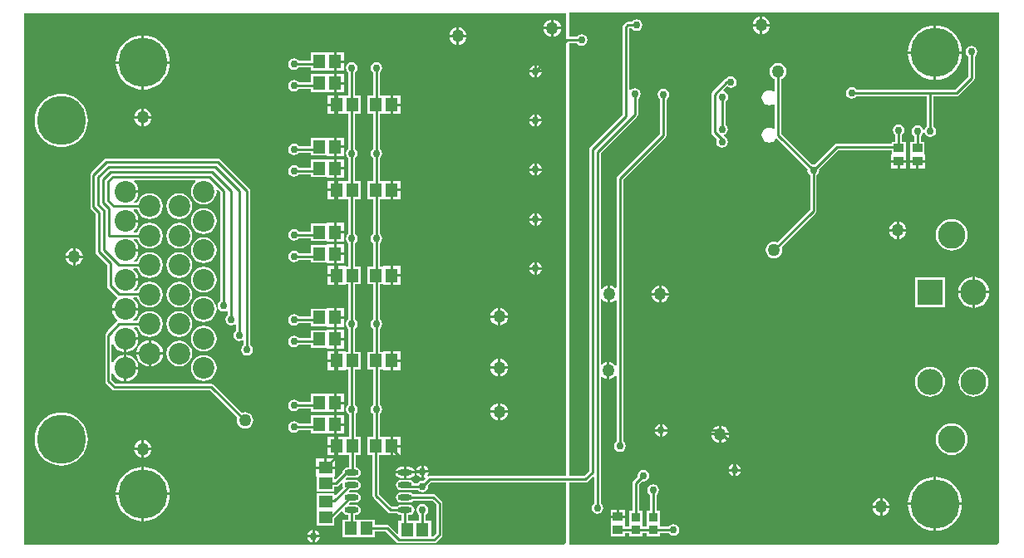
<source format=gbr>
%TF.GenerationSoftware,Altium Limited,Altium Designer,18.1.9 (240)*%
G04 Layer_Physical_Order=2*
G04 Layer_Color=16711680*
%FSLAX26Y26*%
%MOIN*%
%TF.FileFunction,Copper,L2,Bot,Signal*%
%TF.Part,Single*%
G01*
G75*
%TA.AperFunction,SMDPad,CuDef*%
%ADD11R,0.051181X0.055118*%
%ADD14R,0.055118X0.051181*%
%ADD19R,0.039370X0.035433*%
%ADD31O,0.057087X0.023622*%
%TA.AperFunction,Conductor*%
%ADD41C,0.010000*%
%TA.AperFunction,ViaPad*%
%ADD46C,0.196850*%
%TA.AperFunction,ComponentPad*%
%ADD47C,0.103937*%
%ADD48C,0.110236*%
%ADD49R,0.103937X0.103937*%
%ADD50C,0.196850*%
%ADD51C,0.086614*%
%TA.AperFunction,ViaPad*%
%ADD52C,0.050000*%
%ADD53C,0.030000*%
%TA.AperFunction,SMDPad,CuDef*%
%ADD54R,0.037402X0.033465*%
G36*
X5114173Y4666798D02*
X4566929D01*
X4562700Y4665957D01*
X4560590Y4667960D01*
X4559395Y4670009D01*
X4562920Y4675285D01*
X4563865Y4680039D01*
X4544370D01*
Y4660544D01*
X4549124Y4661490D01*
X4552116Y4657475D01*
X4543295Y4648654D01*
X4539370Y4649435D01*
X4530396Y4647650D01*
X4522788Y4642566D01*
X4520565Y4639239D01*
X4504740D01*
X4500503Y4645581D01*
X4493950Y4649960D01*
X4486220Y4651497D01*
X4452755D01*
X4445025Y4649960D01*
X4438472Y4645581D01*
X4434094Y4639028D01*
X4432556Y4631298D01*
X4434094Y4623568D01*
X4438472Y4617015D01*
X4445025Y4612637D01*
X4452755Y4611099D01*
X4486220D01*
X4493950Y4612637D01*
X4494089Y4612730D01*
X4520565D01*
X4522788Y4609402D01*
X4530396Y4604319D01*
X4539370Y4602534D01*
X4548344Y4604319D01*
X4555952Y4609402D01*
X4561036Y4617010D01*
X4562821Y4625984D01*
X4562040Y4629909D01*
X4572419Y4640289D01*
X5114173D01*
Y4401575D01*
X5103806Y4391208D01*
X2942389D01*
Y6523622D01*
X5114173D01*
Y4666798D01*
D02*
G37*
G36*
X6852887Y4402763D02*
X6841332Y4391208D01*
X5126547D01*
Y4640289D01*
X5192913D01*
X5197986Y4641298D01*
X5202286Y4644171D01*
X5222283Y4664168D01*
X5226903Y4662255D01*
Y4558176D01*
X5223575Y4555952D01*
X5218492Y4548344D01*
X5216707Y4539370D01*
X5218492Y4530396D01*
X5223575Y4522788D01*
X5231183Y4517705D01*
X5240158Y4515919D01*
X5249132Y4517705D01*
X5256740Y4522788D01*
X5261823Y4530396D01*
X5263608Y4539370D01*
X5261823Y4548344D01*
X5256740Y4555952D01*
X5253412Y4558176D01*
Y5064445D01*
X5258147Y5066052D01*
X5258502Y5065589D01*
X5265814Y5059979D01*
X5274328Y5056452D01*
X5278465Y5055908D01*
Y5090551D01*
Y5125195D01*
X5274328Y5124650D01*
X5265814Y5121124D01*
X5258502Y5115514D01*
X5258147Y5115050D01*
X5253412Y5116658D01*
Y5376226D01*
X5258412Y5377924D01*
X5262439Y5372676D01*
X5269751Y5367065D01*
X5278265Y5363539D01*
X5282402Y5362994D01*
Y5397638D01*
Y5432282D01*
X5278265Y5431737D01*
X5269751Y5428210D01*
X5262439Y5422600D01*
X5258412Y5417352D01*
X5253412Y5419049D01*
Y5963014D01*
X5399136Y6108738D01*
X5402010Y6113038D01*
X5403019Y6118110D01*
Y6181982D01*
X5406346Y6184205D01*
X5411429Y6191813D01*
X5413214Y6200787D01*
X5411429Y6209762D01*
X5406346Y6217369D01*
X5398738Y6222453D01*
X5389764Y6224238D01*
X5380790Y6222453D01*
X5373182Y6217369D01*
X5372585Y6216477D01*
X5367585Y6217994D01*
Y6463014D01*
X5367695Y6463123D01*
X5378832D01*
X5381056Y6459796D01*
X5388664Y6454712D01*
X5397638Y6452927D01*
X5406612Y6454712D01*
X5414220Y6459796D01*
X5419303Y6467404D01*
X5421088Y6476378D01*
X5419303Y6485352D01*
X5414220Y6492960D01*
X5406612Y6498043D01*
X5397638Y6499829D01*
X5388664Y6498043D01*
X5381056Y6492960D01*
X5378832Y6489633D01*
X5362205D01*
X5357132Y6488624D01*
X5352832Y6485751D01*
X5344958Y6477876D01*
X5342085Y6473576D01*
X5341076Y6468504D01*
Y6116452D01*
X5210785Y5986161D01*
X5207912Y5981861D01*
X5206903Y5976788D01*
Y5224095D01*
X5207263Y5222283D01*
X5206903Y5220472D01*
Y4686278D01*
X5187423Y4666798D01*
X5126547D01*
Y6404068D01*
X5158360D01*
X5160583Y6400741D01*
X5168191Y6395657D01*
X5177165Y6393872D01*
X5186140Y6395657D01*
X5193748Y6400741D01*
X5198831Y6408349D01*
X5200616Y6417323D01*
X5198831Y6426297D01*
X5193748Y6433905D01*
X5186140Y6438988D01*
X5177165Y6440773D01*
X5168191Y6438988D01*
X5160583Y6433905D01*
X5158360Y6430578D01*
X5126547D01*
Y6526708D01*
X6852887D01*
Y4402763D01*
D02*
G37*
%LPC*%
G36*
X5064055Y6499211D02*
Y6469567D01*
X5093699D01*
X5093154Y6473704D01*
X5089627Y6482218D01*
X5084017Y6489529D01*
X5076706Y6495139D01*
X5068192Y6498666D01*
X5064055Y6499211D01*
D02*
G37*
G36*
X5054055D02*
X5049918Y6498666D01*
X5041404Y6495139D01*
X5034093Y6489529D01*
X5028483Y6482218D01*
X5024956Y6473704D01*
X5024411Y6469567D01*
X5054055D01*
Y6499211D01*
D02*
G37*
G36*
X4686102Y6467715D02*
Y6438071D01*
X4715746D01*
X4715202Y6442208D01*
X4711675Y6450722D01*
X4706065Y6458033D01*
X4698753Y6463643D01*
X4690239Y6467170D01*
X4686102Y6467715D01*
D02*
G37*
G36*
X4676102D02*
X4671966Y6467170D01*
X4663451Y6463643D01*
X4656140Y6458033D01*
X4650530Y6450722D01*
X4647003Y6442208D01*
X4646459Y6438071D01*
X4676102D01*
Y6467715D01*
D02*
G37*
G36*
X5093699Y6459567D02*
X5064055D01*
Y6429923D01*
X5068192Y6430468D01*
X5076706Y6433994D01*
X5084017Y6439605D01*
X5089627Y6446916D01*
X5093154Y6455430D01*
X5093699Y6459567D01*
D02*
G37*
G36*
X5054055D02*
X5024411D01*
X5024956Y6455430D01*
X5028483Y6446916D01*
X5034093Y6439605D01*
X5041404Y6433994D01*
X5049918Y6430468D01*
X5054055Y6429923D01*
Y6459567D01*
D02*
G37*
G36*
X4715746Y6428071D02*
X4686102D01*
Y6398427D01*
X4690239Y6398972D01*
X4698753Y6402498D01*
X4706065Y6408109D01*
X4711675Y6415420D01*
X4715202Y6423934D01*
X4715746Y6428071D01*
D02*
G37*
G36*
X4676102D02*
X4646459D01*
X4647003Y6423934D01*
X4650530Y6415420D01*
X4656140Y6408109D01*
X4663451Y6402498D01*
X4671966Y6398972D01*
X4676102Y6398427D01*
Y6428071D01*
D02*
G37*
G36*
X4224565Y6368601D02*
X4193975D01*
Y6336042D01*
X4224565D01*
Y6368601D01*
D02*
G37*
G36*
X4183975D02*
X4153385D01*
Y6366601D01*
X4092392D01*
Y6334120D01*
X4042427D01*
X4040204Y6337447D01*
X4032596Y6342531D01*
X4023622Y6344316D01*
X4014648Y6342531D01*
X4007040Y6337447D01*
X4001957Y6329839D01*
X4000171Y6320865D01*
X4001957Y6311891D01*
X4007040Y6304283D01*
X4014648Y6299200D01*
X4023622Y6297415D01*
X4032596Y6299200D01*
X4040204Y6304283D01*
X4042427Y6307610D01*
X4092392D01*
Y6295483D01*
X4153385D01*
Y6293483D01*
X4183975D01*
Y6331042D01*
Y6368601D01*
D02*
G37*
G36*
X3422323Y6435139D02*
Y6331772D01*
X3525690D01*
X3524744Y6343786D01*
X3520760Y6360381D01*
X3514229Y6376148D01*
X3505312Y6390699D01*
X3494228Y6403677D01*
X3481251Y6414761D01*
X3466699Y6423678D01*
X3450932Y6430209D01*
X3434337Y6434193D01*
X3422323Y6435139D01*
D02*
G37*
G36*
X3412323D02*
X3400309Y6434193D01*
X3383714Y6430209D01*
X3367947Y6423678D01*
X3353395Y6414761D01*
X3340418Y6403677D01*
X3329334Y6390699D01*
X3320416Y6376148D01*
X3313885Y6360381D01*
X3309901Y6343786D01*
X3308956Y6331772D01*
X3412323D01*
Y6435139D01*
D02*
G37*
G36*
X4997127Y6315835D02*
Y6296340D01*
X5016622D01*
X5015676Y6301094D01*
X5010151Y6309364D01*
X5001881Y6314889D01*
X4997127Y6315835D01*
D02*
G37*
G36*
X4987127D02*
X4982372Y6314889D01*
X4974103Y6309364D01*
X4968577Y6301094D01*
X4967632Y6296340D01*
X4987127D01*
Y6315835D01*
D02*
G37*
G36*
X4224565Y6326042D02*
X4193975D01*
Y6293483D01*
X4224565D01*
Y6326042D01*
D02*
G37*
G36*
X5016622Y6286340D02*
X4997127D01*
Y6266844D01*
X5001881Y6267790D01*
X5010151Y6273315D01*
X5015676Y6281585D01*
X5016622Y6286340D01*
D02*
G37*
G36*
X4987127D02*
X4967632D01*
X4968577Y6281585D01*
X4974103Y6273315D01*
X4982372Y6267790D01*
X4987127Y6266844D01*
Y6286340D01*
D02*
G37*
G36*
X4224568Y6281819D02*
X4193977D01*
Y6249260D01*
X4224568D01*
Y6281819D01*
D02*
G37*
G36*
X4183977D02*
X4153386D01*
Y6279819D01*
X4092392D01*
Y6247506D01*
X4042427D01*
X4040204Y6250833D01*
X4032596Y6255917D01*
X4023622Y6257702D01*
X4014648Y6255917D01*
X4007040Y6250833D01*
X4001957Y6243225D01*
X4000171Y6234251D01*
X4001957Y6225277D01*
X4007040Y6217669D01*
X4014648Y6212586D01*
X4023622Y6210800D01*
X4032596Y6212586D01*
X4040204Y6217669D01*
X4042427Y6220996D01*
X4092392D01*
Y6208701D01*
X4153386D01*
Y6206701D01*
X4183977D01*
Y6244260D01*
Y6281819D01*
D02*
G37*
G36*
X3525690Y6321772D02*
X3422323D01*
Y6218405D01*
X3434337Y6219350D01*
X3450932Y6223334D01*
X3466699Y6229865D01*
X3481251Y6238783D01*
X3494228Y6249866D01*
X3505312Y6262844D01*
X3514229Y6277395D01*
X3520760Y6293163D01*
X3524744Y6309758D01*
X3525690Y6321772D01*
D02*
G37*
G36*
X3412323D02*
X3308956D01*
X3309901Y6309758D01*
X3313885Y6293163D01*
X3320416Y6277395D01*
X3329334Y6262844D01*
X3340418Y6249866D01*
X3353395Y6238783D01*
X3367947Y6229865D01*
X3383714Y6223334D01*
X3400309Y6219350D01*
X3412323Y6218405D01*
Y6321772D01*
D02*
G37*
G36*
X4224568Y6239260D02*
X4193977D01*
Y6206701D01*
X4224568D01*
Y6239260D01*
D02*
G37*
G36*
X4450944Y6195037D02*
X4420353D01*
Y6162479D01*
X4450944D01*
Y6195037D01*
D02*
G37*
G36*
X4189881D02*
X4159291D01*
Y6162479D01*
X4189881D01*
Y6195037D01*
D02*
G37*
G36*
X4450944Y6152479D02*
X4420353D01*
Y6119919D01*
X4450944D01*
Y6152479D01*
D02*
G37*
G36*
X4189881D02*
X4159291D01*
Y6119919D01*
X4189881D01*
Y6152479D01*
D02*
G37*
G36*
X3422323Y6140943D02*
Y6111299D01*
X3451966D01*
X3451422Y6115436D01*
X3447895Y6123950D01*
X3442285Y6131261D01*
X3434974Y6136872D01*
X3426460Y6140398D01*
X3422323Y6140943D01*
D02*
G37*
G36*
X3412323D02*
X3408186Y6140398D01*
X3399672Y6136872D01*
X3392360Y6131261D01*
X3386750Y6123950D01*
X3383224Y6115436D01*
X3382679Y6111299D01*
X3412323D01*
Y6140943D01*
D02*
G37*
G36*
X4997127Y6118984D02*
Y6099489D01*
X5016622D01*
X5015676Y6104244D01*
X5010151Y6112513D01*
X5001881Y6118039D01*
X4997127Y6118984D01*
D02*
G37*
G36*
X4987127D02*
X4982372Y6118039D01*
X4974103Y6112513D01*
X4968577Y6104244D01*
X4967632Y6099489D01*
X4987127D01*
Y6118984D01*
D02*
G37*
G36*
X3451966Y6101299D02*
X3422323D01*
Y6071655D01*
X3426460Y6072200D01*
X3434974Y6075727D01*
X3442285Y6081337D01*
X3447895Y6088648D01*
X3451422Y6097162D01*
X3451966Y6101299D01*
D02*
G37*
G36*
X3412323D02*
X3382679D01*
X3383224Y6097162D01*
X3386750Y6088648D01*
X3392360Y6081337D01*
X3399672Y6075727D01*
X3408186Y6072200D01*
X3412323Y6071655D01*
Y6101299D01*
D02*
G37*
G36*
X5016622Y6089489D02*
X4997127D01*
Y6069994D01*
X5001881Y6070940D01*
X5010151Y6076465D01*
X5015676Y6084735D01*
X5016622Y6089489D01*
D02*
G37*
G36*
X4987127D02*
X4967632D01*
X4968577Y6084735D01*
X4974103Y6076465D01*
X4982372Y6070940D01*
X4987127Y6069994D01*
Y6089489D01*
D02*
G37*
G36*
X4224568Y6026083D02*
X4193977D01*
Y5993525D01*
X4224568D01*
Y6026083D01*
D02*
G37*
G36*
X4183977D02*
X4153386D01*
Y6024083D01*
X4092394D01*
Y5991600D01*
X4042427D01*
X4040204Y5994928D01*
X4032596Y6000011D01*
X4023622Y6001796D01*
X4014648Y6000011D01*
X4007040Y5994928D01*
X4001957Y5987320D01*
X4000171Y5978346D01*
X4001957Y5969371D01*
X4007040Y5961763D01*
X4014648Y5956680D01*
X4023622Y5954895D01*
X4032596Y5956680D01*
X4040204Y5961763D01*
X4042427Y5965091D01*
X4092394D01*
Y5952966D01*
X4153386D01*
Y5950966D01*
X4183977D01*
Y5988525D01*
Y6026083D01*
D02*
G37*
G36*
X3090551Y6201243D02*
X3073851Y6199928D01*
X3057562Y6196018D01*
X3042086Y6189607D01*
X3027803Y6180854D01*
X3015064Y6169975D01*
X3004185Y6157237D01*
X2995432Y6142954D01*
X2989022Y6127477D01*
X2985111Y6111188D01*
X2983797Y6094488D01*
X2985111Y6077788D01*
X2989022Y6061499D01*
X2995432Y6046023D01*
X3004185Y6031740D01*
X3015064Y6019002D01*
X3027803Y6008122D01*
X3042086Y5999369D01*
X3057562Y5992959D01*
X3073851Y5989048D01*
X3090551Y5987734D01*
X3107251Y5989048D01*
X3123540Y5992959D01*
X3139017Y5999369D01*
X3153300Y6008122D01*
X3166038Y6019002D01*
X3176917Y6031740D01*
X3185670Y6046023D01*
X3192081Y6061499D01*
X3195991Y6077788D01*
X3197305Y6094488D01*
X3195991Y6111188D01*
X3192081Y6127477D01*
X3185670Y6142954D01*
X3176917Y6157237D01*
X3166038Y6169975D01*
X3153300Y6180854D01*
X3139017Y6189607D01*
X3123540Y6196018D01*
X3107251Y6199928D01*
X3090551Y6201243D01*
D02*
G37*
G36*
X4224568Y5983525D02*
X4193977D01*
Y5950966D01*
X4224568D01*
Y5983525D01*
D02*
G37*
G36*
Y5939301D02*
X4193977D01*
Y5906743D01*
X4224568D01*
Y5939301D01*
D02*
G37*
G36*
X4183977D02*
X4153386D01*
Y5937301D01*
X4092394D01*
Y5904986D01*
X4042427D01*
X4040204Y5908313D01*
X4032596Y5913397D01*
X4023622Y5915182D01*
X4014648Y5913397D01*
X4007040Y5908313D01*
X4001957Y5900706D01*
X4000171Y5891731D01*
X4001957Y5882757D01*
X4007040Y5875149D01*
X4014648Y5870066D01*
X4023622Y5868281D01*
X4032596Y5870066D01*
X4040204Y5875149D01*
X4042427Y5878477D01*
X4092394D01*
Y5866184D01*
X4153386D01*
Y5864184D01*
X4183977D01*
Y5901743D01*
Y5939301D01*
D02*
G37*
G36*
X4997127Y5922134D02*
Y5902639D01*
X5016622D01*
X5015676Y5907393D01*
X5010151Y5915663D01*
X5001881Y5921188D01*
X4997127Y5922134D01*
D02*
G37*
G36*
X4987127D02*
X4982372Y5921188D01*
X4974103Y5915663D01*
X4968577Y5907393D01*
X4967632Y5902639D01*
X4987127D01*
Y5922134D01*
D02*
G37*
G36*
X5016622Y5892639D02*
X4997127D01*
Y5873144D01*
X5001881Y5874089D01*
X5010151Y5879615D01*
X5015676Y5887884D01*
X5016622Y5892639D01*
D02*
G37*
G36*
X4987127D02*
X4967632D01*
X4968577Y5887884D01*
X4974103Y5879615D01*
X4982372Y5874089D01*
X4987127Y5873144D01*
Y5892639D01*
D02*
G37*
G36*
X4224568Y5896743D02*
X4193977D01*
Y5864184D01*
X4224568D01*
Y5896743D01*
D02*
G37*
G36*
X4189881Y5852520D02*
X4159291D01*
Y5819961D01*
X4189881D01*
Y5852520D01*
D02*
G37*
G36*
X4450945D02*
X4420355D01*
Y5819960D01*
X4450945D01*
Y5852520D01*
D02*
G37*
G36*
Y5809960D02*
X4420355D01*
Y5777401D01*
X4450945D01*
Y5809960D01*
D02*
G37*
G36*
X4189881Y5809961D02*
X4159291D01*
Y5777401D01*
X4189881D01*
Y5809961D01*
D02*
G37*
G36*
X4997127Y5721346D02*
Y5701851D01*
X5016622D01*
X5015676Y5706606D01*
X5010151Y5714875D01*
X5001881Y5720401D01*
X4997127Y5721346D01*
D02*
G37*
G36*
X4987127D02*
X4982372Y5720401D01*
X4974103Y5714875D01*
X4968577Y5706606D01*
X4967632Y5701851D01*
X4987127D01*
Y5721346D01*
D02*
G37*
G36*
X3562992Y5801750D02*
X3549598Y5799986D01*
X3537117Y5794817D01*
X3526399Y5786593D01*
X3518175Y5775875D01*
X3513006Y5763394D01*
X3511242Y5750000D01*
X3513006Y5736606D01*
X3518175Y5724125D01*
X3526399Y5713407D01*
X3537117Y5705183D01*
X3549598Y5700014D01*
X3562992Y5698250D01*
X3576386Y5700014D01*
X3588867Y5705183D01*
X3599585Y5713407D01*
X3607809Y5724125D01*
X3612979Y5736606D01*
X3614742Y5750000D01*
X3612979Y5763394D01*
X3607809Y5775875D01*
X3599585Y5786593D01*
X3588867Y5794817D01*
X3576386Y5799986D01*
X3562992Y5801750D01*
D02*
G37*
G36*
X5016622Y5691851D02*
X4997127D01*
Y5672356D01*
X5001881Y5673302D01*
X5010151Y5678827D01*
X5015676Y5687097D01*
X5016622Y5691851D01*
D02*
G37*
G36*
X4987127D02*
X4967632D01*
X4968577Y5687097D01*
X4974103Y5678827D01*
X4982372Y5673302D01*
X4987127Y5672356D01*
Y5691851D01*
D02*
G37*
G36*
X4224565Y5683564D02*
X4193975D01*
Y5651005D01*
X4224565D01*
Y5683564D01*
D02*
G37*
G36*
X4183975D02*
X4153385D01*
Y5681564D01*
X4092392D01*
Y5649081D01*
X4042427D01*
X4040204Y5652408D01*
X4032596Y5657491D01*
X4023622Y5659276D01*
X4014648Y5657491D01*
X4007040Y5652408D01*
X4001957Y5644800D01*
X4000171Y5635826D01*
X4001957Y5626852D01*
X4007040Y5619244D01*
X4014648Y5614160D01*
X4023622Y5612375D01*
X4032596Y5614160D01*
X4040204Y5619244D01*
X4042427Y5622571D01*
X4092392D01*
Y5610446D01*
X4153385D01*
Y5608446D01*
X4183975D01*
Y5646005D01*
Y5683564D01*
D02*
G37*
G36*
X3661417Y5742695D02*
X3648023Y5740931D01*
X3635542Y5735761D01*
X3624825Y5727538D01*
X3616601Y5716820D01*
X3611431Y5704339D01*
X3609668Y5690945D01*
X3611431Y5677551D01*
X3616601Y5665070D01*
X3624825Y5654352D01*
X3635542Y5646128D01*
X3648023Y5640958D01*
X3661417Y5639195D01*
X3674811Y5640958D01*
X3687292Y5646128D01*
X3698010Y5654352D01*
X3706234Y5665070D01*
X3711404Y5677551D01*
X3713167Y5690945D01*
X3711404Y5704339D01*
X3706234Y5716820D01*
X3698010Y5727538D01*
X3687292Y5735761D01*
X3674811Y5740931D01*
X3661417Y5742695D01*
D02*
G37*
G36*
X4224565Y5641005D02*
X4193975D01*
Y5608446D01*
X4224565D01*
Y5641005D01*
D02*
G37*
G36*
X3562992Y5683640D02*
X3549598Y5681876D01*
X3537117Y5676706D01*
X3526399Y5668482D01*
X3518175Y5657765D01*
X3513006Y5645284D01*
X3511242Y5631890D01*
X3513006Y5618496D01*
X3518175Y5606015D01*
X3526399Y5595297D01*
X3537117Y5587073D01*
X3549598Y5581903D01*
X3562992Y5580140D01*
X3576386Y5581903D01*
X3588867Y5587073D01*
X3599585Y5595297D01*
X3607809Y5606015D01*
X3612979Y5618496D01*
X3614742Y5631890D01*
X3612979Y5645284D01*
X3607809Y5657765D01*
X3599585Y5668482D01*
X3588867Y5676706D01*
X3576386Y5681876D01*
X3562992Y5683640D01*
D02*
G37*
G36*
X4224565Y5596782D02*
X4193975D01*
Y5564223D01*
X4224565D01*
Y5596782D01*
D02*
G37*
G36*
X4183975D02*
X4153385D01*
Y5594782D01*
X4092392D01*
Y5562466D01*
X4042427D01*
X4040204Y5565794D01*
X4032596Y5570877D01*
X4023622Y5572662D01*
X4014648Y5570877D01*
X4007040Y5565794D01*
X4001957Y5558186D01*
X4000171Y5549212D01*
X4001957Y5540238D01*
X4007040Y5532630D01*
X4014648Y5527546D01*
X4023622Y5525761D01*
X4032596Y5527546D01*
X4040204Y5532630D01*
X4042427Y5535957D01*
X4092392D01*
Y5523664D01*
X4153385D01*
Y5521664D01*
X4183975D01*
Y5559223D01*
Y5596782D01*
D02*
G37*
G36*
X3146732Y5581888D02*
Y5552244D01*
X3176376D01*
X3175831Y5556381D01*
X3172305Y5564895D01*
X3166695Y5572206D01*
X3159383Y5577816D01*
X3150869Y5581343D01*
X3146732Y5581888D01*
D02*
G37*
G36*
X3136732D02*
X3132595Y5581343D01*
X3124081Y5577816D01*
X3116770Y5572206D01*
X3111160Y5564895D01*
X3107633Y5556381D01*
X3107089Y5552244D01*
X3136732D01*
Y5581888D01*
D02*
G37*
G36*
X4224565Y5554223D02*
X4193975D01*
Y5521664D01*
X4224565D01*
Y5554223D01*
D02*
G37*
G36*
X3661417Y5624584D02*
X3648023Y5622821D01*
X3635542Y5617651D01*
X3624825Y5609427D01*
X3616601Y5598710D01*
X3611431Y5586229D01*
X3609668Y5572835D01*
X3611431Y5559441D01*
X3616601Y5546960D01*
X3624825Y5536242D01*
X3635542Y5528018D01*
X3648023Y5522848D01*
X3661417Y5521085D01*
X3674811Y5522848D01*
X3687292Y5528018D01*
X3698010Y5536242D01*
X3706234Y5546960D01*
X3711404Y5559441D01*
X3713167Y5572835D01*
X3711404Y5586229D01*
X3706234Y5598710D01*
X3698010Y5609427D01*
X3687292Y5617651D01*
X3674811Y5622821D01*
X3661417Y5624584D01*
D02*
G37*
G36*
X3176376Y5542244D02*
X3146732D01*
Y5512600D01*
X3150869Y5513145D01*
X3159383Y5516672D01*
X3166695Y5522282D01*
X3172305Y5529593D01*
X3175831Y5538107D01*
X3176376Y5542244D01*
D02*
G37*
G36*
X3136732D02*
X3107089D01*
X3107633Y5538107D01*
X3111160Y5529593D01*
X3116770Y5522282D01*
X3124081Y5516672D01*
X3132595Y5513145D01*
X3136732Y5512600D01*
Y5542244D01*
D02*
G37*
G36*
X4997127Y5524496D02*
Y5505001D01*
X5016622D01*
X5015676Y5509755D01*
X5010151Y5518025D01*
X5001881Y5523550D01*
X4997127Y5524496D01*
D02*
G37*
G36*
X4987127D02*
X4982372Y5523550D01*
X4974103Y5518025D01*
X4968577Y5509755D01*
X4967632Y5505001D01*
X4987127D01*
Y5524496D01*
D02*
G37*
G36*
X4189881Y5510000D02*
X4159291D01*
Y5477441D01*
X4189881D01*
Y5510000D01*
D02*
G37*
G36*
X4450945Y5509998D02*
X4420355D01*
Y5477439D01*
X4450945D01*
Y5509998D01*
D02*
G37*
G36*
X5016622Y5495001D02*
X4997127D01*
Y5475506D01*
X5001881Y5476451D01*
X5010151Y5481977D01*
X5015676Y5490246D01*
X5016622Y5495001D01*
D02*
G37*
G36*
X4987127D02*
X4967632D01*
X4968577Y5490246D01*
X4974103Y5481977D01*
X4982372Y5476451D01*
X4987127Y5475506D01*
Y5495001D01*
D02*
G37*
G36*
X3562992Y5565529D02*
X3549598Y5563766D01*
X3537117Y5558596D01*
X3526399Y5550372D01*
X3518175Y5539654D01*
X3513006Y5527173D01*
X3511242Y5513779D01*
X3513006Y5500386D01*
X3518175Y5487905D01*
X3526399Y5477187D01*
X3537117Y5468963D01*
X3549598Y5463793D01*
X3562992Y5462030D01*
X3576386Y5463793D01*
X3588867Y5468963D01*
X3599585Y5477187D01*
X3607809Y5487905D01*
X3612979Y5500386D01*
X3614742Y5513779D01*
X3612979Y5527173D01*
X3607809Y5539654D01*
X3599585Y5550372D01*
X3588867Y5558596D01*
X3576386Y5563766D01*
X3562992Y5565529D01*
D02*
G37*
G36*
X4189881Y5467441D02*
X4159291D01*
Y5434882D01*
X4189881D01*
Y5467441D01*
D02*
G37*
G36*
X4450945Y5467439D02*
X4420355D01*
Y5434880D01*
X4450945D01*
Y5467439D01*
D02*
G37*
G36*
X3661417Y5506474D02*
X3648023Y5504711D01*
X3635542Y5499541D01*
X3624825Y5491317D01*
X3616601Y5480599D01*
X3611431Y5468118D01*
X3609668Y5454724D01*
X3611431Y5441331D01*
X3616601Y5428850D01*
X3624825Y5418132D01*
X3635542Y5409908D01*
X3648023Y5404738D01*
X3661417Y5402975D01*
X3674811Y5404738D01*
X3687292Y5409908D01*
X3698010Y5418132D01*
X3706234Y5428850D01*
X3711404Y5441331D01*
X3713167Y5454724D01*
X3711404Y5468118D01*
X3706234Y5480599D01*
X3698010Y5491317D01*
X3687292Y5499541D01*
X3674811Y5504711D01*
X3661417Y5506474D01*
D02*
G37*
G36*
X3562992Y5447419D02*
X3549598Y5445656D01*
X3537117Y5440486D01*
X3526399Y5432262D01*
X3518175Y5421544D01*
X3513006Y5409063D01*
X3511242Y5395669D01*
X3513006Y5382275D01*
X3518175Y5369794D01*
X3526399Y5359077D01*
X3537117Y5350853D01*
X3549598Y5345683D01*
X3562992Y5343919D01*
X3576386Y5345683D01*
X3588867Y5350853D01*
X3599585Y5359077D01*
X3607809Y5369794D01*
X3612979Y5382275D01*
X3614742Y5395669D01*
X3612979Y5409063D01*
X3607809Y5421544D01*
X3599585Y5432262D01*
X3588867Y5440486D01*
X3576386Y5445656D01*
X3562992Y5447419D01*
D02*
G37*
G36*
X4851457Y5341730D02*
Y5312087D01*
X4881100D01*
X4880556Y5316223D01*
X4877029Y5324738D01*
X4871419Y5332049D01*
X4864108Y5337659D01*
X4855593Y5341186D01*
X4851457Y5341730D01*
D02*
G37*
G36*
X4841457D02*
X4837320Y5341186D01*
X4828806Y5337659D01*
X4821494Y5332049D01*
X4815884Y5324738D01*
X4812358Y5316223D01*
X4811813Y5312087D01*
X4841457D01*
Y5341730D01*
D02*
G37*
G36*
X4224565Y5341044D02*
X4193975D01*
Y5308485D01*
X4224565D01*
Y5341044D01*
D02*
G37*
G36*
X4183975D02*
X4153385D01*
Y5339044D01*
X4092392D01*
Y5306561D01*
X4042427D01*
X4040204Y5309888D01*
X4032596Y5314972D01*
X4023622Y5316757D01*
X4014648Y5314972D01*
X4007040Y5309888D01*
X4001957Y5302280D01*
X4000171Y5293306D01*
X4001957Y5284332D01*
X4007040Y5276724D01*
X4014648Y5271641D01*
X4023622Y5269856D01*
X4032596Y5271641D01*
X4040204Y5276724D01*
X4042427Y5280051D01*
X4092392D01*
Y5267926D01*
X4153385D01*
Y5265926D01*
X4183975D01*
Y5303485D01*
Y5341044D01*
D02*
G37*
G36*
X3661417Y5388364D02*
X3648023Y5386601D01*
X3635542Y5381431D01*
X3624825Y5373207D01*
X3616601Y5362489D01*
X3611431Y5350008D01*
X3609668Y5336614D01*
X3611431Y5323220D01*
X3616601Y5310739D01*
X3624825Y5300022D01*
X3635542Y5291798D01*
X3648023Y5286628D01*
X3661417Y5284864D01*
X3674811Y5286628D01*
X3687292Y5291798D01*
X3698010Y5300022D01*
X3706234Y5310739D01*
X3711404Y5323220D01*
X3713167Y5336614D01*
X3711404Y5350008D01*
X3706234Y5362489D01*
X3698010Y5373207D01*
X3687292Y5381431D01*
X3674811Y5386601D01*
X3661417Y5388364D01*
D02*
G37*
G36*
X4881100Y5302087D02*
X4851457D01*
Y5272443D01*
X4855593Y5272988D01*
X4864108Y5276514D01*
X4871419Y5282124D01*
X4877029Y5289436D01*
X4880556Y5297950D01*
X4881100Y5302087D01*
D02*
G37*
G36*
X4841457D02*
X4811813D01*
X4812358Y5297950D01*
X4815884Y5289436D01*
X4821494Y5282124D01*
X4828806Y5276514D01*
X4837320Y5272988D01*
X4841457Y5272443D01*
Y5302087D01*
D02*
G37*
G36*
X4224565Y5298485D02*
X4193975D01*
Y5265926D01*
X4224565D01*
Y5298485D01*
D02*
G37*
G36*
X3562992Y5329309D02*
X3549598Y5327546D01*
X3537117Y5322376D01*
X3526399Y5314152D01*
X3518175Y5303434D01*
X3513006Y5290953D01*
X3511242Y5277559D01*
X3513006Y5264165D01*
X3518175Y5251684D01*
X3526399Y5240967D01*
X3537117Y5232743D01*
X3549598Y5227573D01*
X3562992Y5225809D01*
X3576386Y5227573D01*
X3588867Y5232743D01*
X3599585Y5240967D01*
X3607809Y5251684D01*
X3612979Y5264165D01*
X3614742Y5277559D01*
X3612979Y5290953D01*
X3607809Y5303434D01*
X3599585Y5314152D01*
X3588867Y5322376D01*
X3576386Y5327546D01*
X3562992Y5329309D01*
D02*
G37*
G36*
X3399566Y5331614D02*
X3346457D01*
X3293348D01*
X3294522Y5322698D01*
X3299893Y5309731D01*
X3308438Y5298595D01*
X3315245Y5293371D01*
X3314786Y5287422D01*
X3312933Y5286184D01*
X3278777Y5252028D01*
X3275904Y5247728D01*
X3275824Y5247325D01*
X3270155Y5241656D01*
X3267282Y5237356D01*
X3266273Y5232283D01*
Y5047244D01*
X3267282Y5042172D01*
X3270155Y5037872D01*
X3293777Y5014250D01*
X3298077Y5011376D01*
X3303150Y5010367D01*
X3303150Y5010367D01*
X3687423D01*
X3796024Y4901766D01*
X3794621Y4898378D01*
X3793487Y4889764D01*
X3794621Y4881149D01*
X3797946Y4873121D01*
X3803236Y4866228D01*
X3810129Y4860938D01*
X3818157Y4857613D01*
X3826772Y4856479D01*
X3835386Y4857613D01*
X3843414Y4860938D01*
X3850308Y4866228D01*
X3855597Y4873121D01*
X3858922Y4881149D01*
X3860057Y4889764D01*
X3858922Y4898378D01*
X3855597Y4906406D01*
X3850308Y4913300D01*
X3843414Y4918589D01*
X3835386Y4921914D01*
X3826772Y4923048D01*
X3818157Y4921914D01*
X3814769Y4920511D01*
X3702286Y5032995D01*
X3697986Y5035868D01*
X3692913Y5036877D01*
X3308640D01*
X3292782Y5052734D01*
Y5077611D01*
X3297782Y5078606D01*
X3299893Y5073510D01*
X3308438Y5062375D01*
X3319573Y5053830D01*
X3332541Y5048459D01*
X3341457Y5047285D01*
Y5100394D01*
Y5153503D01*
X3332541Y5152329D01*
X3319573Y5146957D01*
X3308438Y5138413D01*
X3299893Y5127277D01*
X3297782Y5122181D01*
X3292782Y5123176D01*
Y5195721D01*
X3297782Y5196716D01*
X3299893Y5191620D01*
X3308438Y5180485D01*
X3319573Y5171940D01*
X3332541Y5166569D01*
X3341457Y5165395D01*
Y5218504D01*
X3346457D01*
Y5223504D01*
X3399566D01*
X3398392Y5232420D01*
X3393020Y5245387D01*
X3384476Y5256523D01*
X3381480Y5258822D01*
X3383087Y5263556D01*
X3395148D01*
X3400065Y5251684D01*
X3408289Y5240967D01*
X3419007Y5232743D01*
X3431488Y5227573D01*
X3444882Y5225809D01*
X3458276Y5227573D01*
X3470757Y5232743D01*
X3481474Y5240967D01*
X3489698Y5251684D01*
X3494868Y5264165D01*
X3496632Y5277559D01*
X3494868Y5290953D01*
X3489698Y5303434D01*
X3481474Y5314152D01*
X3470757Y5322376D01*
X3458276Y5327546D01*
X3444882Y5329309D01*
X3431488Y5327546D01*
X3419007Y5322376D01*
X3408289Y5314152D01*
X3400065Y5303434D01*
X3394895Y5290953D01*
X3394779Y5290066D01*
X3381138D01*
X3379530Y5294800D01*
X3384476Y5298595D01*
X3393020Y5309731D01*
X3398392Y5322698D01*
X3399566Y5331614D01*
D02*
G37*
G36*
X4224565Y5254262D02*
X4193975D01*
Y5221703D01*
X4224565D01*
Y5254262D01*
D02*
G37*
G36*
X4183975D02*
X4153385D01*
Y5252262D01*
X4092392D01*
Y5219947D01*
X4042427D01*
X4040204Y5223274D01*
X4032596Y5228358D01*
X4023622Y5230143D01*
X4014648Y5228358D01*
X4007040Y5223274D01*
X4001957Y5215666D01*
X4000171Y5206692D01*
X4001957Y5197718D01*
X4007040Y5190110D01*
X4014648Y5185026D01*
X4023622Y5183241D01*
X4032596Y5185026D01*
X4040204Y5190110D01*
X4042427Y5193437D01*
X4092392D01*
Y5181144D01*
X4153385D01*
Y5179144D01*
X4183975D01*
Y5216703D01*
Y5254262D01*
D02*
G37*
G36*
X4224565Y5211703D02*
X4193975D01*
Y5179144D01*
X4224565D01*
Y5211703D01*
D02*
G37*
G36*
X3661417Y5270254D02*
X3648023Y5268490D01*
X3635542Y5263320D01*
X3624825Y5255096D01*
X3616601Y5244379D01*
X3611431Y5231898D01*
X3609668Y5218504D01*
X3611431Y5205110D01*
X3616601Y5192629D01*
X3624825Y5181911D01*
X3635542Y5173687D01*
X3648023Y5168517D01*
X3661417Y5166754D01*
X3674811Y5168517D01*
X3687292Y5173687D01*
X3698010Y5181911D01*
X3706234Y5192629D01*
X3711404Y5205110D01*
X3713167Y5218504D01*
X3711404Y5231898D01*
X3706234Y5244379D01*
X3698010Y5255096D01*
X3687292Y5263320D01*
X3674811Y5268490D01*
X3661417Y5270254D01*
D02*
G37*
G36*
X3399566Y5213504D02*
X3351457D01*
Y5165395D01*
X3360373Y5166569D01*
X3373340Y5171940D01*
X3384476Y5180485D01*
X3393020Y5191620D01*
X3398392Y5204588D01*
X3399566Y5213504D01*
D02*
G37*
G36*
X3449882Y5212558D02*
Y5164449D01*
X3497991D01*
X3496817Y5173365D01*
X3491446Y5186332D01*
X3482901Y5197468D01*
X3471765Y5206012D01*
X3458798Y5211384D01*
X3449882Y5212558D01*
D02*
G37*
G36*
X3439882D02*
X3430966Y5211384D01*
X3417998Y5206012D01*
X3406863Y5197468D01*
X3398318Y5186332D01*
X3392947Y5173365D01*
X3391773Y5164449D01*
X3439882D01*
Y5212558D01*
D02*
G37*
G36*
X3718307Y5940617D02*
X3271644D01*
X3266571Y5939608D01*
X3262271Y5936735D01*
X3210155Y5884619D01*
X3207282Y5880319D01*
X3206273Y5875246D01*
Y5746801D01*
X3207282Y5741729D01*
X3210155Y5737428D01*
X3228241Y5719342D01*
Y5567053D01*
X3229250Y5561980D01*
X3232124Y5557680D01*
X3274895Y5514909D01*
Y5430573D01*
X3275904Y5425501D01*
X3278777Y5421200D01*
X3312933Y5387045D01*
X3314786Y5385807D01*
X3315245Y5379857D01*
X3308438Y5374633D01*
X3299893Y5363498D01*
X3294522Y5350530D01*
X3293348Y5341614D01*
X3346457D01*
X3399566D01*
X3398392Y5350530D01*
X3393020Y5363498D01*
X3384476Y5374633D01*
X3379531Y5378428D01*
X3381138Y5383163D01*
X3394779D01*
X3394895Y5382275D01*
X3400065Y5369794D01*
X3408289Y5359077D01*
X3419007Y5350853D01*
X3431488Y5345683D01*
X3444882Y5343919D01*
X3458276Y5345683D01*
X3470757Y5350853D01*
X3481474Y5359077D01*
X3489698Y5369794D01*
X3494868Y5382275D01*
X3496632Y5395669D01*
X3494868Y5409063D01*
X3489698Y5421544D01*
X3481474Y5432262D01*
X3470757Y5440486D01*
X3458276Y5445656D01*
X3444882Y5447419D01*
X3431488Y5445656D01*
X3419007Y5440486D01*
X3408289Y5432262D01*
X3400065Y5421544D01*
X3395148Y5409672D01*
X3383087D01*
X3381480Y5414407D01*
X3384476Y5416705D01*
X3393020Y5427841D01*
X3398392Y5440809D01*
X3399566Y5449725D01*
X3346457D01*
Y5459725D01*
X3399566D01*
X3398392Y5468640D01*
X3393020Y5481608D01*
X3384476Y5492743D01*
X3379530Y5496538D01*
X3381138Y5501273D01*
X3394779D01*
X3394895Y5500386D01*
X3400065Y5487905D01*
X3408289Y5477187D01*
X3419007Y5468963D01*
X3431488Y5463793D01*
X3444882Y5462030D01*
X3458276Y5463793D01*
X3470757Y5468963D01*
X3481474Y5477187D01*
X3489698Y5487905D01*
X3494868Y5500386D01*
X3496632Y5513779D01*
X3494868Y5527173D01*
X3489698Y5539654D01*
X3481474Y5550372D01*
X3470757Y5558596D01*
X3458276Y5563766D01*
X3444882Y5565529D01*
X3431488Y5563766D01*
X3419007Y5558596D01*
X3408289Y5550372D01*
X3400065Y5539654D01*
X3395148Y5527782D01*
X3383087D01*
X3381480Y5532517D01*
X3384476Y5534816D01*
X3393020Y5545951D01*
X3398392Y5558919D01*
X3399566Y5567835D01*
X3346457D01*
Y5577835D01*
X3399566D01*
X3398392Y5586751D01*
X3393020Y5599718D01*
X3384476Y5610854D01*
X3380505Y5613900D01*
X3382113Y5618635D01*
X3394877D01*
X3394895Y5618496D01*
X3400065Y5606015D01*
X3408289Y5595297D01*
X3419007Y5587073D01*
X3431488Y5581903D01*
X3444882Y5580140D01*
X3458276Y5581903D01*
X3470757Y5587073D01*
X3481474Y5595297D01*
X3489698Y5606015D01*
X3494868Y5618496D01*
X3496632Y5631890D01*
X3494868Y5645284D01*
X3489698Y5657765D01*
X3481474Y5668482D01*
X3470757Y5676706D01*
X3458276Y5681876D01*
X3444882Y5683640D01*
X3431488Y5681876D01*
X3419007Y5676706D01*
X3408289Y5668482D01*
X3400065Y5657765D01*
X3394895Y5645284D01*
X3394877Y5645145D01*
X3382113D01*
X3380505Y5649879D01*
X3384476Y5652926D01*
X3393020Y5664061D01*
X3398392Y5677029D01*
X3399566Y5685945D01*
X3346457D01*
Y5695945D01*
X3399566D01*
X3398392Y5704861D01*
X3393020Y5717828D01*
X3384476Y5728964D01*
X3380505Y5732011D01*
X3382113Y5736745D01*
X3394877D01*
X3394895Y5736606D01*
X3400065Y5724125D01*
X3408289Y5713407D01*
X3419007Y5705183D01*
X3431488Y5700014D01*
X3444882Y5698250D01*
X3458276Y5700014D01*
X3470757Y5705183D01*
X3481474Y5713407D01*
X3489698Y5724125D01*
X3494868Y5736606D01*
X3496632Y5750000D01*
X3494868Y5763394D01*
X3489698Y5775875D01*
X3481474Y5786593D01*
X3470757Y5794817D01*
X3458276Y5799986D01*
X3444882Y5801750D01*
X3431488Y5799986D01*
X3419007Y5794817D01*
X3408289Y5786593D01*
X3400065Y5775875D01*
X3394895Y5763394D01*
X3394877Y5763255D01*
X3382113D01*
X3380505Y5767989D01*
X3384476Y5771036D01*
X3393020Y5782172D01*
X3398392Y5795139D01*
X3399566Y5804055D01*
X3346457D01*
Y5814055D01*
X3399566D01*
X3398392Y5822971D01*
X3393020Y5835939D01*
X3384476Y5847074D01*
X3381480Y5849373D01*
X3383087Y5854108D01*
X3627636D01*
X3629334Y5849108D01*
X3624825Y5845648D01*
X3616601Y5834930D01*
X3611431Y5822449D01*
X3609668Y5809055D01*
X3611431Y5795661D01*
X3616601Y5783180D01*
X3624825Y5772462D01*
X3635542Y5764239D01*
X3648023Y5759069D01*
X3661417Y5757305D01*
X3674811Y5759069D01*
X3687292Y5764239D01*
X3698010Y5772462D01*
X3706234Y5783180D01*
X3711404Y5795661D01*
X3713167Y5809055D01*
X3712425Y5814690D01*
X3717161Y5817025D01*
X3726895Y5807291D01*
Y5369194D01*
X3723575Y5366976D01*
X3718492Y5359368D01*
X3716707Y5350394D01*
X3718492Y5341419D01*
X3723575Y5333812D01*
X3731183Y5328728D01*
X3740157Y5326943D01*
X3749132Y5328728D01*
X3753399Y5331579D01*
X3758399Y5328907D01*
Y5314081D01*
X3755071Y5311858D01*
X3749988Y5304250D01*
X3748203Y5295276D01*
X3749988Y5286301D01*
X3755071Y5278694D01*
X3762679Y5273610D01*
X3771653Y5271825D01*
X3780628Y5273610D01*
X3784895Y5276461D01*
X3789895Y5273789D01*
Y5251089D01*
X3786568Y5248866D01*
X3781484Y5241258D01*
X3779699Y5232283D01*
X3781484Y5223309D01*
X3786568Y5215701D01*
X3794175Y5210618D01*
X3803150Y5208833D01*
X3812124Y5210618D01*
X3816391Y5213469D01*
X3821391Y5210797D01*
Y5192034D01*
X3818064Y5189810D01*
X3812980Y5182203D01*
X3811195Y5173228D01*
X3812980Y5164254D01*
X3818064Y5156646D01*
X3825671Y5151563D01*
X3834646Y5149778D01*
X3843620Y5151563D01*
X3851228Y5156646D01*
X3856311Y5164254D01*
X3858096Y5173228D01*
X3856311Y5182203D01*
X3851228Y5189810D01*
X3847900Y5192034D01*
Y5811024D01*
X3846891Y5816096D01*
X3844018Y5820396D01*
X3727680Y5936735D01*
X3723380Y5939608D01*
X3718307Y5940617D01*
D02*
G37*
G36*
X4450945Y5167480D02*
X4420355D01*
Y5134921D01*
X4450945D01*
Y5167480D01*
D02*
G37*
G36*
X4189883D02*
X4159292D01*
Y5134921D01*
X4189883D01*
Y5167480D01*
D02*
G37*
G36*
X3562992Y5211199D02*
X3549598Y5209435D01*
X3537117Y5204265D01*
X3526399Y5196041D01*
X3518175Y5185324D01*
X3513006Y5172843D01*
X3511242Y5159449D01*
X3513006Y5146055D01*
X3518175Y5133574D01*
X3526399Y5122856D01*
X3537117Y5114632D01*
X3549598Y5109462D01*
X3562992Y5107699D01*
X3576386Y5109462D01*
X3588867Y5114632D01*
X3599585Y5122856D01*
X3607809Y5133574D01*
X3612979Y5146055D01*
X3614742Y5159449D01*
X3612979Y5172843D01*
X3607809Y5185324D01*
X3599585Y5196041D01*
X3588867Y5204265D01*
X3576386Y5209435D01*
X3562992Y5211199D01*
D02*
G37*
G36*
X4851457Y5137006D02*
Y5107362D01*
X4881100D01*
X4880556Y5111499D01*
X4877029Y5120013D01*
X4871419Y5127324D01*
X4864108Y5132935D01*
X4855593Y5136461D01*
X4851457Y5137006D01*
D02*
G37*
G36*
X4841457D02*
X4837320Y5136461D01*
X4828806Y5132935D01*
X4821494Y5127324D01*
X4815884Y5120013D01*
X4812358Y5111499D01*
X4811813Y5107362D01*
X4841457D01*
Y5137006D01*
D02*
G37*
G36*
X3497991Y5154449D02*
X3449882D01*
Y5106340D01*
X3458798Y5107514D01*
X3471765Y5112885D01*
X3482901Y5121430D01*
X3491446Y5132565D01*
X3496817Y5145533D01*
X3497991Y5154449D01*
D02*
G37*
G36*
X3439882D02*
X3391773D01*
X3392947Y5145533D01*
X3398318Y5132565D01*
X3406863Y5121430D01*
X3417998Y5112885D01*
X3430966Y5107514D01*
X3439882Y5106340D01*
Y5154449D01*
D02*
G37*
G36*
X3351457Y5153502D02*
Y5105394D01*
X3399566D01*
X3398392Y5114310D01*
X3393020Y5127277D01*
X3384476Y5138413D01*
X3373340Y5146957D01*
X3360373Y5152329D01*
X3351457Y5153502D01*
D02*
G37*
G36*
X4450945Y5124921D02*
X4420355D01*
Y5092362D01*
X4450945D01*
Y5124921D01*
D02*
G37*
G36*
X4189883D02*
X4159292D01*
Y5092362D01*
X4189883D01*
Y5124921D01*
D02*
G37*
G36*
X4881100Y5097362D02*
X4851457D01*
Y5067718D01*
X4855593Y5068263D01*
X4864108Y5071790D01*
X4871419Y5077400D01*
X4877029Y5084711D01*
X4880556Y5093225D01*
X4881100Y5097362D01*
D02*
G37*
G36*
X4841457D02*
X4811813D01*
X4812358Y5093225D01*
X4815884Y5084711D01*
X4821494Y5077400D01*
X4828806Y5071790D01*
X4837320Y5068263D01*
X4841457Y5067718D01*
Y5097362D01*
D02*
G37*
G36*
X3661417Y5152144D02*
X3648023Y5150380D01*
X3635542Y5145210D01*
X3624825Y5136986D01*
X3616601Y5126269D01*
X3611431Y5113788D01*
X3609668Y5100394D01*
X3611431Y5087000D01*
X3616601Y5074519D01*
X3624825Y5063801D01*
X3635542Y5055577D01*
X3648023Y5050407D01*
X3661417Y5048644D01*
X3674811Y5050407D01*
X3687292Y5055577D01*
X3698010Y5063801D01*
X3706234Y5074519D01*
X3711404Y5087000D01*
X3713167Y5100394D01*
X3711404Y5113788D01*
X3706234Y5126269D01*
X3698010Y5136986D01*
X3687292Y5145210D01*
X3674811Y5150380D01*
X3661417Y5152144D01*
D02*
G37*
G36*
X3399566Y5095394D02*
X3351457D01*
Y5047285D01*
X3360373Y5048459D01*
X3373340Y5053830D01*
X3384476Y5062375D01*
X3393020Y5073510D01*
X3398392Y5086478D01*
X3399566Y5095394D01*
D02*
G37*
G36*
X4224568Y4998525D02*
X4193977D01*
Y4965966D01*
X4224568D01*
Y4998525D01*
D02*
G37*
G36*
X4183977D02*
X4153386D01*
Y4996525D01*
X4092392D01*
Y4964041D01*
X4042427D01*
X4040204Y4967369D01*
X4032596Y4972452D01*
X4023622Y4974237D01*
X4014648Y4972452D01*
X4007040Y4967369D01*
X4001957Y4959761D01*
X4000171Y4950787D01*
X4001957Y4941812D01*
X4007040Y4934204D01*
X4014648Y4929121D01*
X4023622Y4927336D01*
X4032596Y4929121D01*
X4040204Y4934204D01*
X4042427Y4937532D01*
X4092392D01*
Y4925407D01*
X4153386D01*
Y4923407D01*
X4183977D01*
Y4960966D01*
Y4998525D01*
D02*
G37*
G36*
X4851457Y4959841D02*
Y4930197D01*
X4881100D01*
X4880556Y4934334D01*
X4877029Y4942848D01*
X4871419Y4950159D01*
X4864108Y4955769D01*
X4855593Y4959296D01*
X4851457Y4959841D01*
D02*
G37*
G36*
X4841457D02*
X4837320Y4959296D01*
X4828806Y4955769D01*
X4821494Y4950159D01*
X4815884Y4942848D01*
X4812358Y4934334D01*
X4811813Y4930197D01*
X4841457D01*
Y4959841D01*
D02*
G37*
G36*
X4224568Y4955966D02*
X4193977D01*
Y4923407D01*
X4224568D01*
Y4955966D01*
D02*
G37*
G36*
X4881100Y4920197D02*
X4851457D01*
Y4890553D01*
X4855593Y4891098D01*
X4864108Y4894624D01*
X4871419Y4900235D01*
X4877029Y4907546D01*
X4880556Y4916060D01*
X4881100Y4920197D01*
D02*
G37*
G36*
X4841457D02*
X4811813D01*
X4812358Y4916060D01*
X4815884Y4907546D01*
X4821494Y4900235D01*
X4828806Y4894624D01*
X4837320Y4891098D01*
X4841457Y4890553D01*
Y4920197D01*
D02*
G37*
G36*
X4224568Y4911743D02*
X4193977D01*
Y4879184D01*
X4224568D01*
Y4911743D01*
D02*
G37*
G36*
X4183977D02*
X4153386D01*
Y4909743D01*
X4092394D01*
Y4877427D01*
X4042427D01*
X4040204Y4880754D01*
X4032596Y4885838D01*
X4023622Y4887623D01*
X4014648Y4885838D01*
X4007040Y4880754D01*
X4001957Y4873146D01*
X4000171Y4864172D01*
X4001957Y4855198D01*
X4007040Y4847590D01*
X4014648Y4842507D01*
X4023622Y4840722D01*
X4032596Y4842507D01*
X4040204Y4847590D01*
X4042427Y4850918D01*
X4092394D01*
Y4838624D01*
X4153386D01*
Y4836624D01*
X4183977D01*
Y4874184D01*
Y4911743D01*
D02*
G37*
G36*
X4224568Y4869184D02*
X4193977D01*
Y4836624D01*
X4224568D01*
Y4869184D01*
D02*
G37*
G36*
X4189881Y4824961D02*
X4159291D01*
Y4792402D01*
X4189881D01*
Y4824961D01*
D02*
G37*
G36*
X4450945D02*
X4420355D01*
Y4792401D01*
X4450945D01*
Y4824961D01*
D02*
G37*
G36*
X3422323Y4810234D02*
Y4780591D01*
X3451966D01*
X3451422Y4784727D01*
X3447895Y4793242D01*
X3442285Y4800553D01*
X3434974Y4806163D01*
X3426460Y4809690D01*
X3422323Y4810234D01*
D02*
G37*
G36*
X3412323D02*
X3408186Y4809690D01*
X3399672Y4806163D01*
X3392360Y4800553D01*
X3386750Y4793242D01*
X3383224Y4784727D01*
X3382679Y4780591D01*
X3412323D01*
Y4810234D01*
D02*
G37*
G36*
X4450945Y4782401D02*
X4420355D01*
Y4749842D01*
X4450945D01*
Y4782401D01*
D02*
G37*
G36*
X4189881Y4782402D02*
X4159291D01*
Y4749842D01*
X4189881D01*
Y4782402D01*
D02*
G37*
G36*
X3451966Y4770591D02*
X3422323D01*
Y4740947D01*
X3426460Y4741492D01*
X3434974Y4745018D01*
X3442285Y4750628D01*
X3447895Y4757940D01*
X3451422Y4766454D01*
X3451966Y4770591D01*
D02*
G37*
G36*
X3412323D02*
X3382679D01*
X3383224Y4766454D01*
X3386750Y4757940D01*
X3392360Y4750628D01*
X3399672Y4745018D01*
X3408186Y4741492D01*
X3412323Y4740947D01*
Y4770591D01*
D02*
G37*
G36*
X3090551Y4921715D02*
X3073851Y4920401D01*
X3057562Y4916490D01*
X3042086Y4910079D01*
X3027803Y4901327D01*
X3015064Y4890447D01*
X3004185Y4877709D01*
X2995432Y4863426D01*
X2989022Y4847949D01*
X2985111Y4831661D01*
X2983797Y4814961D01*
X2985111Y4798261D01*
X2989022Y4781972D01*
X2995432Y4766495D01*
X3004185Y4752212D01*
X3015064Y4739474D01*
X3027803Y4728595D01*
X3042086Y4719842D01*
X3057562Y4713431D01*
X3073851Y4709521D01*
X3090551Y4708206D01*
X3107251Y4709521D01*
X3123540Y4713431D01*
X3139017Y4719842D01*
X3153300Y4728595D01*
X3166038Y4739474D01*
X3176917Y4752212D01*
X3185670Y4766495D01*
X3192081Y4781972D01*
X3195991Y4798261D01*
X3197305Y4814961D01*
X3195991Y4831661D01*
X3192081Y4847949D01*
X3185670Y4863426D01*
X3176917Y4877709D01*
X3166038Y4890447D01*
X3153300Y4901327D01*
X3139017Y4910079D01*
X3123540Y4916490D01*
X3107251Y4920401D01*
X3090551Y4921715D01*
D02*
G37*
G36*
X4187166Y4736378D02*
X4154606D01*
Y4705788D01*
X4187166D01*
Y4736378D01*
D02*
G37*
G36*
X4144606D02*
X4112048D01*
Y4705788D01*
X4144606D01*
Y4736378D01*
D02*
G37*
G36*
X4544370Y4709535D02*
Y4690039D01*
X4563865D01*
X4562920Y4694794D01*
X4557394Y4703063D01*
X4549125Y4708589D01*
X4544370Y4709535D01*
D02*
G37*
G36*
X4534370D02*
X4529616Y4708589D01*
X4521346Y4703063D01*
X4515821Y4694794D01*
X4514875Y4690039D01*
X4534370D01*
Y4709535D01*
D02*
G37*
G36*
X4486220Y4703537D02*
X4474488D01*
Y4686298D01*
X4507464D01*
X4506765Y4689809D01*
X4501945Y4697023D01*
X4494730Y4701844D01*
X4486220Y4703537D01*
D02*
G37*
G36*
X4464488D02*
X4452755D01*
X4444245Y4701844D01*
X4437030Y4697023D01*
X4432210Y4689809D01*
X4431512Y4686298D01*
X4464488D01*
Y4703537D01*
D02*
G37*
G36*
X4354325Y6328567D02*
X4345351Y6326782D01*
X4337743Y6321698D01*
X4332659Y6314090D01*
X4330874Y6305116D01*
X4332659Y6296142D01*
X4337743Y6288534D01*
X4341076Y6286307D01*
Y6193037D01*
X4318770D01*
Y6121919D01*
X4341070D01*
Y5981402D01*
X4337743Y5979179D01*
X4332659Y5971571D01*
X4330874Y5962596D01*
X4332659Y5953622D01*
X4337743Y5946014D01*
X4341076Y5943787D01*
Y5850520D01*
X4318773D01*
Y5779401D01*
X4341070D01*
Y5638882D01*
X4337743Y5636659D01*
X4332659Y5629051D01*
X4330874Y5620077D01*
X4332659Y5611103D01*
X4337743Y5603495D01*
X4341076Y5601267D01*
Y5507998D01*
X4318773D01*
Y5436880D01*
X4341070D01*
Y5296363D01*
X4337743Y5294139D01*
X4332659Y5286531D01*
X4330874Y5277557D01*
X4332659Y5268583D01*
X4337743Y5260975D01*
X4341076Y5258748D01*
Y5165480D01*
X4318773D01*
Y5094362D01*
X4341070D01*
Y4953843D01*
X4337743Y4951620D01*
X4332659Y4944012D01*
X4330874Y4935038D01*
X4332659Y4926063D01*
X4337743Y4918455D01*
X4341076Y4916228D01*
Y4822961D01*
X4318773D01*
Y4751842D01*
X4339108D01*
Y4588582D01*
X4340117Y4583510D01*
X4342990Y4579209D01*
X4400274Y4521926D01*
X4404574Y4519053D01*
X4409647Y4518044D01*
X4437785D01*
X4438472Y4517015D01*
X4445025Y4512637D01*
X4452755Y4511099D01*
X4456233D01*
Y4488315D01*
X4442788D01*
Y4437262D01*
X4438168Y4435348D01*
X4407452Y4466065D01*
X4403151Y4468939D01*
X4398079Y4469948D01*
X4348551D01*
Y4492252D01*
X4268176D01*
Y4511099D01*
X4271654D01*
X4279384Y4512637D01*
X4285937Y4517015D01*
X4290315Y4523568D01*
X4291853Y4531298D01*
X4290315Y4539028D01*
X4285937Y4545581D01*
X4279384Y4549960D01*
X4271654Y4551497D01*
X4245750D01*
X4243836Y4556117D01*
X4248819Y4561099D01*
X4271654D01*
X4279384Y4562637D01*
X4285937Y4567015D01*
X4290315Y4573568D01*
X4291853Y4581298D01*
X4290315Y4589028D01*
X4285937Y4595581D01*
X4279384Y4599960D01*
X4271654Y4601497D01*
X4245750D01*
X4243836Y4606117D01*
X4248819Y4611099D01*
X4271654D01*
X4279384Y4612637D01*
X4285937Y4617015D01*
X4290315Y4623568D01*
X4291853Y4631298D01*
X4290315Y4639028D01*
X4285937Y4645581D01*
X4279384Y4649960D01*
X4271654Y4651497D01*
X4238189D01*
X4235641Y4650990D01*
X4229978Y4654940D01*
X4229814Y4655951D01*
X4235498Y4661635D01*
X4238189Y4661099D01*
X4271654D01*
X4279384Y4662637D01*
X4285937Y4667015D01*
X4290315Y4673568D01*
X4291853Y4681298D01*
X4290315Y4689028D01*
X4285937Y4695581D01*
X4279384Y4699960D01*
X4271654Y4701497D01*
X4271128D01*
Y4751842D01*
X4291463D01*
Y4822961D01*
X4271128D01*
Y4917550D01*
X4272483Y4918455D01*
X4277566Y4926063D01*
X4279352Y4935038D01*
X4277566Y4944012D01*
X4272483Y4951620D01*
X4269156Y4953843D01*
Y5094362D01*
X4291466D01*
Y5165480D01*
X4269160D01*
Y5258755D01*
X4272483Y5260975D01*
X4277566Y5268583D01*
X4279352Y5277557D01*
X4277566Y5286531D01*
X4272483Y5294139D01*
X4269156Y5296363D01*
Y5436882D01*
X4291463D01*
Y5508000D01*
X4269160D01*
Y5601274D01*
X4272483Y5603495D01*
X4277566Y5611103D01*
X4279352Y5620077D01*
X4277566Y5629051D01*
X4272483Y5636659D01*
X4269156Y5638882D01*
Y5779401D01*
X4291463D01*
Y5850520D01*
X4269160D01*
Y5943794D01*
X4272483Y5946014D01*
X4277566Y5953622D01*
X4279352Y5962596D01*
X4277566Y5971571D01*
X4272483Y5979179D01*
X4269156Y5981402D01*
Y6121919D01*
X4291466D01*
Y6193037D01*
X4269160D01*
Y6286314D01*
X4272483Y6288534D01*
X4277566Y6296142D01*
X4279352Y6305116D01*
X4277566Y6314090D01*
X4272483Y6321698D01*
X4264875Y6326782D01*
X4255901Y6328567D01*
X4246927Y6326782D01*
X4239319Y6321698D01*
X4234235Y6314090D01*
X4232450Y6305116D01*
X4234235Y6296142D01*
X4239319Y6288534D01*
X4242650Y6286308D01*
Y6193037D01*
X4230471D01*
Y6195037D01*
X4199881D01*
Y6157479D01*
Y6119919D01*
X4230471D01*
Y6121919D01*
X4242646D01*
Y5981402D01*
X4239319Y5979179D01*
X4234235Y5971571D01*
X4232450Y5962596D01*
X4234235Y5953622D01*
X4239319Y5946014D01*
X4242650Y5943788D01*
Y5850520D01*
X4230471D01*
Y5852520D01*
X4199881D01*
Y5814961D01*
Y5777401D01*
X4230471D01*
Y5779401D01*
X4242646D01*
Y5638882D01*
X4239319Y5636659D01*
X4234235Y5629051D01*
X4232450Y5620077D01*
X4234235Y5611103D01*
X4239319Y5603495D01*
X4242650Y5601269D01*
Y5508000D01*
X4230471D01*
Y5510000D01*
X4199881D01*
Y5472441D01*
Y5434882D01*
X4230471D01*
Y5436882D01*
X4242646D01*
Y5296363D01*
X4239319Y5294139D01*
X4234235Y5286531D01*
X4232450Y5277557D01*
X4234235Y5268583D01*
X4239319Y5260975D01*
X4242650Y5258749D01*
Y5165480D01*
X4230474D01*
Y5167480D01*
X4199883D01*
Y5129921D01*
Y5092362D01*
X4230474D01*
Y5094362D01*
X4242646D01*
Y4953843D01*
X4239319Y4951620D01*
X4234235Y4944012D01*
X4232450Y4935038D01*
X4234235Y4926063D01*
X4239319Y4918455D01*
X4244618Y4914914D01*
Y4822961D01*
X4230471D01*
Y4824961D01*
X4199881D01*
Y4787402D01*
Y4749842D01*
X4230471D01*
Y4751842D01*
X4244618D01*
Y4701497D01*
X4238189D01*
X4230459Y4699960D01*
X4223906Y4695581D01*
X4219528Y4689028D01*
X4218069Y4681696D01*
X4190166Y4653792D01*
X4185166Y4655864D01*
Y4665197D01*
X4187166D01*
Y4695788D01*
X4149606D01*
X4112048D01*
Y4665197D01*
X4114048D01*
Y4604205D01*
X4185166D01*
Y4624541D01*
X4192914D01*
X4197986Y4625550D01*
X4202287Y4628423D01*
X4213537Y4639673D01*
X4214548Y4639509D01*
X4218497Y4633847D01*
X4217990Y4631298D01*
X4219528Y4623568D01*
X4221238Y4621009D01*
X4189784Y4589555D01*
X4185165Y4591468D01*
Y4596582D01*
X4114047D01*
Y4529401D01*
Y4466409D01*
X4185165D01*
Y4497445D01*
X4214411Y4526691D01*
X4219195Y4525240D01*
X4219528Y4523568D01*
X4223906Y4517015D01*
X4230459Y4512637D01*
X4238189Y4511099D01*
X4241667D01*
Y4492252D01*
X4218378D01*
Y4421134D01*
X4348551D01*
Y4443438D01*
X4392589D01*
X4435202Y4400825D01*
X4439502Y4397952D01*
X4444575Y4396943D01*
X4585866D01*
X4590938Y4397952D01*
X4595238Y4400825D01*
X4615672Y4421258D01*
X4618545Y4425558D01*
X4619554Y4430631D01*
Y4559055D01*
X4619554Y4559055D01*
X4618545Y4564127D01*
X4615672Y4568428D01*
X4592050Y4592050D01*
X4587750Y4594923D01*
X4582677Y4595932D01*
X4499978D01*
X4493950Y4599960D01*
X4486220Y4601497D01*
X4452755D01*
X4445025Y4599960D01*
X4438472Y4595581D01*
X4434094Y4589028D01*
X4432556Y4581298D01*
X4434094Y4573568D01*
X4438472Y4567015D01*
X4445025Y4562637D01*
X4452755Y4561099D01*
X4486220D01*
X4493950Y4562637D01*
X4500503Y4567015D01*
X4502111Y4569422D01*
X4577187D01*
X4593044Y4553565D01*
Y4436121D01*
X4580375Y4423452D01*
X4572961D01*
Y4488315D01*
X4552625D01*
Y4512690D01*
X4555953Y4514914D01*
X4561036Y4522522D01*
X4562821Y4531496D01*
X4561036Y4540470D01*
X4555953Y4548078D01*
X4548345Y4553161D01*
X4539370Y4554946D01*
X4530396Y4553161D01*
X4522788Y4548078D01*
X4517705Y4540470D01*
X4515920Y4531496D01*
X4517705Y4522522D01*
X4522788Y4514914D01*
X4526116Y4512690D01*
Y4488315D01*
X4482742D01*
Y4511099D01*
X4486220D01*
X4493950Y4512637D01*
X4500503Y4517015D01*
X4504881Y4523568D01*
X4506419Y4531298D01*
X4504881Y4539028D01*
X4500503Y4545581D01*
X4493950Y4549960D01*
X4486220Y4551497D01*
X4452755D01*
X4445025Y4549960D01*
X4438472Y4545581D01*
X4437785Y4544553D01*
X4415137D01*
X4365618Y4594072D01*
Y4751842D01*
X4379765D01*
Y4749842D01*
X4410355D01*
Y4787401D01*
Y4824961D01*
X4379765D01*
Y4822961D01*
X4367586D01*
Y4916236D01*
X4370907Y4918455D01*
X4375990Y4926063D01*
X4377776Y4935038D01*
X4375990Y4944012D01*
X4370907Y4951620D01*
X4367580Y4953843D01*
Y5094362D01*
X4379765D01*
Y5092362D01*
X4410355D01*
Y5129921D01*
Y5167480D01*
X4379765D01*
Y5165480D01*
X4367586D01*
Y5258756D01*
X4370907Y5260975D01*
X4375990Y5268583D01*
X4377776Y5277557D01*
X4375990Y5286531D01*
X4370907Y5294139D01*
X4367580Y5296363D01*
Y5436880D01*
X4379765D01*
Y5434880D01*
X4410355D01*
Y5472439D01*
Y5509998D01*
X4379765D01*
Y5507998D01*
X4367586D01*
Y5601275D01*
X4370907Y5603495D01*
X4375990Y5611103D01*
X4377776Y5620077D01*
X4375990Y5629051D01*
X4370907Y5636659D01*
X4367580Y5638882D01*
Y5779401D01*
X4379765D01*
Y5777401D01*
X4410355D01*
Y5814960D01*
Y5852520D01*
X4379765D01*
Y5850520D01*
X4367586D01*
Y5943795D01*
X4370907Y5946014D01*
X4375990Y5953622D01*
X4377776Y5962596D01*
X4375990Y5971571D01*
X4370907Y5979179D01*
X4367580Y5981402D01*
Y6121919D01*
X4379762D01*
Y6119919D01*
X4410353D01*
Y6157479D01*
Y6195037D01*
X4379762D01*
Y6193037D01*
X4367586D01*
Y6286315D01*
X4370907Y6288534D01*
X4375990Y6296142D01*
X4377776Y6305116D01*
X4375990Y6314090D01*
X4370907Y6321698D01*
X4363299Y6326782D01*
X4354325Y6328567D01*
D02*
G37*
G36*
X4534370Y4680039D02*
X4514875D01*
X4515821Y4675285D01*
X4521346Y4667015D01*
X4529616Y4661490D01*
X4534370Y4660544D01*
Y4680039D01*
D02*
G37*
G36*
X4507464Y4676298D02*
X4474488D01*
Y4659060D01*
X4486220D01*
X4494730Y4660753D01*
X4501945Y4665573D01*
X4506765Y4672788D01*
X4507464Y4676298D01*
D02*
G37*
G36*
X4464488D02*
X4431512D01*
X4432210Y4672788D01*
X4437030Y4665573D01*
X4444245Y4660753D01*
X4452755Y4659060D01*
X4464488D01*
Y4676298D01*
D02*
G37*
G36*
X3422323Y4702855D02*
Y4599488D01*
X3525690D01*
X3524744Y4611502D01*
X3520760Y4628097D01*
X3514229Y4643864D01*
X3505312Y4658416D01*
X3494228Y4671394D01*
X3481251Y4682477D01*
X3466699Y4691395D01*
X3450932Y4697926D01*
X3434337Y4701910D01*
X3422323Y4702855D01*
D02*
G37*
G36*
X3412323D02*
X3400309Y4701910D01*
X3383714Y4697926D01*
X3367947Y4691395D01*
X3353395Y4682477D01*
X3340418Y4671394D01*
X3329334Y4658416D01*
X3320416Y4643864D01*
X3313885Y4628097D01*
X3309901Y4611502D01*
X3308956Y4599488D01*
X3412323D01*
Y4702855D01*
D02*
G37*
G36*
X3525690Y4589488D02*
X3422323D01*
Y4486121D01*
X3434337Y4487067D01*
X3450932Y4491051D01*
X3466699Y4497582D01*
X3481251Y4506499D01*
X3494228Y4517583D01*
X3505312Y4530560D01*
X3514229Y4545112D01*
X3520760Y4560879D01*
X3524744Y4577474D01*
X3525690Y4589488D01*
D02*
G37*
G36*
X3412323D02*
X3308956D01*
X3309901Y4577474D01*
X3313885Y4560879D01*
X3320416Y4545112D01*
X3329334Y4530560D01*
X3340418Y4517583D01*
X3353395Y4506499D01*
X3367947Y4497582D01*
X3383714Y4491051D01*
X3400309Y4487067D01*
X3412323Y4486121D01*
Y4589488D01*
D02*
G37*
G36*
X4107362Y4449692D02*
Y4430197D01*
X4126857D01*
X4125912Y4434951D01*
X4120386Y4443221D01*
X4112117Y4448746D01*
X4107362Y4449692D01*
D02*
G37*
G36*
X4097362D02*
X4092608Y4448746D01*
X4084338Y4443221D01*
X4078813Y4434951D01*
X4077867Y4430197D01*
X4097362D01*
Y4449692D01*
D02*
G37*
G36*
X4126857Y4420197D02*
X4107362D01*
Y4400702D01*
X4112117Y4401647D01*
X4120386Y4407173D01*
X4125912Y4415442D01*
X4126857Y4420197D01*
D02*
G37*
G36*
X4097362D02*
X4077867D01*
X4078813Y4415442D01*
X4084338Y4407173D01*
X4092608Y4401647D01*
X4097362Y4400702D01*
Y4420197D01*
D02*
G37*
G36*
X5902638Y6511022D02*
Y6481378D01*
X5932282D01*
X5931737Y6485515D01*
X5928210Y6494029D01*
X5922600Y6501340D01*
X5915289Y6506950D01*
X5906775Y6510477D01*
X5902638Y6511022D01*
D02*
G37*
G36*
X5892638D02*
X5888501Y6510477D01*
X5879987Y6506950D01*
X5872676Y6501340D01*
X5867065Y6494029D01*
X5863539Y6485515D01*
X5862994Y6481378D01*
X5892638D01*
Y6511022D01*
D02*
G37*
G36*
X5932282Y6471378D02*
X5902638D01*
Y6441734D01*
X5906775Y6442279D01*
X5915289Y6445806D01*
X5922600Y6451416D01*
X5928210Y6458727D01*
X5931737Y6467241D01*
X5932282Y6471378D01*
D02*
G37*
G36*
X5892638D02*
X5862994D01*
X5863539Y6467241D01*
X5867065Y6458727D01*
X5872676Y6451416D01*
X5879987Y6445806D01*
X5888501Y6442279D01*
X5892638Y6441734D01*
Y6471378D01*
D02*
G37*
G36*
X6599488Y6474509D02*
Y6371142D01*
X6702855D01*
X6701910Y6383156D01*
X6697926Y6399751D01*
X6691395Y6415518D01*
X6682477Y6430069D01*
X6671394Y6443047D01*
X6658416Y6454131D01*
X6643864Y6463048D01*
X6628097Y6469579D01*
X6611502Y6473563D01*
X6599488Y6474509D01*
D02*
G37*
G36*
X6589488D02*
X6577474Y6473563D01*
X6560879Y6469579D01*
X6545112Y6463048D01*
X6530560Y6454131D01*
X6517583Y6443047D01*
X6506499Y6430069D01*
X6497582Y6415518D01*
X6491051Y6399751D01*
X6487067Y6383156D01*
X6486121Y6371142D01*
X6589488D01*
Y6474509D01*
D02*
G37*
G36*
X6702855Y6361142D02*
X6599488D01*
Y6257775D01*
X6611502Y6258720D01*
X6628097Y6262704D01*
X6643864Y6269235D01*
X6658416Y6278153D01*
X6671394Y6289236D01*
X6682477Y6302214D01*
X6691395Y6316766D01*
X6697926Y6332533D01*
X6701910Y6349128D01*
X6702855Y6361142D01*
D02*
G37*
G36*
X6589488D02*
X6486121D01*
X6487067Y6349128D01*
X6491051Y6332533D01*
X6497582Y6316766D01*
X6506499Y6302214D01*
X6517583Y6289236D01*
X6530560Y6278153D01*
X6545112Y6269235D01*
X6560879Y6262704D01*
X6577474Y6258720D01*
X6589488Y6257775D01*
Y6361142D01*
D02*
G37*
G36*
X5775591Y6271482D02*
X5766616Y6269697D01*
X5759008Y6264614D01*
X5756483Y6260834D01*
X5753683Y6260277D01*
X5749383Y6257404D01*
X5700785Y6208806D01*
X5697912Y6204506D01*
X5696903Y6199433D01*
Y6046629D01*
X5697912Y6041556D01*
X5700785Y6037256D01*
X5719572Y6018469D01*
X5718480Y6016836D01*
X5716695Y6007862D01*
X5718480Y5998888D01*
X5723564Y5991280D01*
X5731172Y5986197D01*
X5740146Y5984411D01*
X5749120Y5986197D01*
X5756728Y5991280D01*
X5761811Y5998888D01*
X5763597Y6007862D01*
X5761811Y6016836D01*
X5756728Y6024444D01*
X5749120Y6029528D01*
X5748782Y6029595D01*
X5747308Y6031929D01*
X5749132Y6037390D01*
X5756740Y6042473D01*
X5761823Y6050081D01*
X5763608Y6059055D01*
X5761823Y6068029D01*
X5756740Y6075637D01*
X5755369Y6076553D01*
Y6170159D01*
X5758697Y6172382D01*
X5763780Y6179990D01*
X5765565Y6188964D01*
X5763780Y6197938D01*
X5758697Y6205546D01*
X5751089Y6210630D01*
X5747820Y6211280D01*
X5746174Y6216705D01*
X5760154Y6230684D01*
X5766616Y6226366D01*
X5775591Y6224581D01*
X5784565Y6226366D01*
X5792173Y6231449D01*
X5797256Y6239057D01*
X5799041Y6248032D01*
X5797256Y6257006D01*
X5792173Y6264614D01*
X5784565Y6269697D01*
X5775591Y6271482D01*
D02*
G37*
G36*
X6740158Y6393529D02*
X6731183Y6391744D01*
X6723575Y6386661D01*
X6718492Y6379053D01*
X6716707Y6370079D01*
X6718492Y6361105D01*
X6723575Y6353497D01*
X6726903Y6351273D01*
Y6269270D01*
X6675612Y6217979D01*
X6278648D01*
X6276425Y6221306D01*
X6268817Y6226390D01*
X6259842Y6228175D01*
X6250868Y6226390D01*
X6243260Y6221306D01*
X6238177Y6213699D01*
X6236392Y6204724D01*
X6238177Y6195750D01*
X6243260Y6188142D01*
X6250868Y6183059D01*
X6259842Y6181274D01*
X6268817Y6183059D01*
X6276425Y6188142D01*
X6278648Y6191470D01*
X6561548D01*
Y6069986D01*
X6558221Y6067763D01*
X6553138Y6060155D01*
X6551925Y6054057D01*
X6551761Y6053238D01*
X6546664D01*
X6546501Y6054057D01*
X6545288Y6060155D01*
X6540204Y6067763D01*
X6532596Y6072847D01*
X6523622Y6074632D01*
X6514648Y6072847D01*
X6507040Y6067763D01*
X6501957Y6060155D01*
X6500171Y6051181D01*
X6501957Y6042207D01*
X6507040Y6034599D01*
X6510367Y6032376D01*
Y6008985D01*
X6495936D01*
Y5957835D01*
X6493936D01*
Y5935118D01*
X6553306D01*
Y5957835D01*
X6551306D01*
Y6008985D01*
X6536877D01*
Y6032376D01*
X6540204Y6034599D01*
X6545288Y6042207D01*
X6546501Y6048305D01*
X6546664Y6049125D01*
X6551761D01*
X6551925Y6048305D01*
X6553138Y6042207D01*
X6558221Y6034599D01*
X6565829Y6029516D01*
X6574803Y6027730D01*
X6583777Y6029516D01*
X6591385Y6034599D01*
X6596469Y6042207D01*
X6598254Y6051181D01*
X6596469Y6060155D01*
X6591385Y6067763D01*
X6588058Y6069986D01*
Y6191470D01*
X6681102D01*
X6686175Y6192479D01*
X6690475Y6195352D01*
X6749530Y6254407D01*
X6752403Y6258707D01*
X6753412Y6263780D01*
Y6351273D01*
X6756740Y6353497D01*
X6761823Y6361105D01*
X6763608Y6370079D01*
X6761823Y6379053D01*
X6756740Y6386661D01*
X6749132Y6391744D01*
X6740158Y6393529D01*
D02*
G37*
G36*
X5964567Y6324623D02*
X5955952Y6323489D01*
X5947925Y6320164D01*
X5941031Y6314874D01*
X5935741Y6307981D01*
X5932416Y6299953D01*
X5931282Y6291339D01*
X5932416Y6282724D01*
X5935741Y6274696D01*
X5941031Y6267803D01*
X5947925Y6262513D01*
X5951312Y6261110D01*
Y6211938D01*
X5946312Y6209472D01*
X5944104Y6211166D01*
X5936883Y6214157D01*
X5929133Y6215178D01*
X5921384Y6214157D01*
X5914163Y6211166D01*
X5907962Y6206408D01*
X5903204Y6200207D01*
X5900212Y6192986D01*
X5899192Y6185236D01*
X5900212Y6177487D01*
X5903204Y6170266D01*
X5907962Y6164065D01*
X5914163Y6159307D01*
X5921384Y6156315D01*
X5929133Y6155295D01*
X5936883Y6156315D01*
X5944104Y6159307D01*
X5946312Y6161001D01*
X5951312Y6158535D01*
Y6061938D01*
X5946312Y6059472D01*
X5944104Y6061166D01*
X5936883Y6064157D01*
X5929133Y6065178D01*
X5921384Y6064157D01*
X5914163Y6061166D01*
X5907962Y6056408D01*
X5903204Y6050207D01*
X5900212Y6042986D01*
X5899192Y6035236D01*
X5900212Y6027487D01*
X5903204Y6020266D01*
X5907962Y6014065D01*
X5914163Y6009307D01*
X5921384Y6006315D01*
X5929133Y6005295D01*
X5936883Y6006315D01*
X5944104Y6009307D01*
X5950305Y6014065D01*
X5954566Y6019618D01*
X5957339Y6020749D01*
X5959981Y6021274D01*
X6083629Y5897626D01*
X6082849Y5893701D01*
X6084634Y5884727D01*
X6089717Y5877119D01*
X6093044Y5874895D01*
Y5737042D01*
X5961187Y5605185D01*
X5957799Y5606588D01*
X5949185Y5607722D01*
X5940570Y5606588D01*
X5932542Y5603263D01*
X5925649Y5597973D01*
X5920359Y5591080D01*
X5917034Y5583052D01*
X5915900Y5574437D01*
X5917034Y5565823D01*
X5920359Y5557795D01*
X5925649Y5550901D01*
X5932542Y5545612D01*
X5940570Y5542287D01*
X5949185Y5541153D01*
X5957799Y5542287D01*
X5965827Y5545612D01*
X5972721Y5550901D01*
X5978010Y5557795D01*
X5981335Y5565823D01*
X5982469Y5574437D01*
X5981335Y5583052D01*
X5979932Y5586440D01*
X6115672Y5722180D01*
X6118545Y5726480D01*
X6119554Y5731552D01*
Y5874895D01*
X6122881Y5877119D01*
X6127965Y5884727D01*
X6129750Y5893701D01*
X6128969Y5897626D01*
X6206278Y5974934D01*
X6421134D01*
Y5957835D01*
X6419134D01*
Y5935118D01*
X6478504D01*
Y5957835D01*
X6476504D01*
Y6008984D01*
X6462074D01*
Y6036313D01*
X6465401Y6038536D01*
X6470484Y6046144D01*
X6472270Y6055118D01*
X6470484Y6064092D01*
X6465401Y6071700D01*
X6457793Y6076784D01*
X6448819Y6078569D01*
X6439845Y6076784D01*
X6432237Y6071700D01*
X6427153Y6064092D01*
X6425368Y6055118D01*
X6427153Y6046144D01*
X6432237Y6038536D01*
X6435564Y6036313D01*
Y6008984D01*
X6421134D01*
Y6001444D01*
X6200787D01*
X6195715Y6000435D01*
X6191415Y5997561D01*
X6110224Y5916371D01*
X6106299Y5917151D01*
X6102374Y5916371D01*
X5977822Y6040923D01*
Y6261110D01*
X5981209Y6262513D01*
X5988103Y6267803D01*
X5993392Y6274696D01*
X5996717Y6282724D01*
X5997852Y6291339D01*
X5996717Y6299953D01*
X5993392Y6307981D01*
X5988103Y6314874D01*
X5981209Y6320164D01*
X5973182Y6323489D01*
X5964567Y6324623D01*
D02*
G37*
G36*
X6553306Y5925118D02*
X6528621D01*
Y5902402D01*
X6553306D01*
Y5925118D01*
D02*
G37*
G36*
X6518621D02*
X6493936D01*
Y5902402D01*
X6518621D01*
Y5925118D01*
D02*
G37*
G36*
X6478504Y5925118D02*
X6453819D01*
Y5902402D01*
X6478504D01*
Y5925118D01*
D02*
G37*
G36*
X6443819D02*
X6419134D01*
Y5902402D01*
X6443819D01*
Y5925118D01*
D02*
G37*
G36*
X6449882Y5688187D02*
Y5658543D01*
X6479526D01*
X6478981Y5662680D01*
X6475454Y5671194D01*
X6469844Y5678506D01*
X6462533Y5684116D01*
X6454019Y5687642D01*
X6449882Y5688187D01*
D02*
G37*
G36*
X6439882D02*
X6435745Y5687642D01*
X6427231Y5684116D01*
X6419920Y5678506D01*
X6414310Y5671194D01*
X6410783Y5662680D01*
X6410238Y5658543D01*
X6439882D01*
Y5688187D01*
D02*
G37*
G36*
X6479526Y5648543D02*
X6449882D01*
Y5618900D01*
X6454019Y5619444D01*
X6462533Y5622971D01*
X6469844Y5628581D01*
X6475454Y5635892D01*
X6478981Y5644407D01*
X6479526Y5648543D01*
D02*
G37*
G36*
X6439882D02*
X6410238D01*
X6410783Y5644407D01*
X6414310Y5635892D01*
X6419920Y5628581D01*
X6427231Y5622971D01*
X6435745Y5619444D01*
X6439882Y5618900D01*
Y5648543D01*
D02*
G37*
G36*
X6661417Y5698463D02*
X6649043Y5697244D01*
X6637145Y5693635D01*
X6626180Y5687774D01*
X6616569Y5679887D01*
X6608682Y5670276D01*
X6602821Y5659311D01*
X6599212Y5647413D01*
X6597993Y5635039D01*
X6599212Y5622666D01*
X6602821Y5610768D01*
X6608682Y5599803D01*
X6616569Y5590192D01*
X6626180Y5582305D01*
X6637145Y5576444D01*
X6649043Y5572835D01*
X6661417Y5571616D01*
X6673790Y5572835D01*
X6685688Y5576444D01*
X6696653Y5582305D01*
X6706264Y5590192D01*
X6714151Y5599803D01*
X6720012Y5610768D01*
X6723621Y5622666D01*
X6724840Y5635039D01*
X6723621Y5647413D01*
X6720012Y5659311D01*
X6714151Y5670276D01*
X6706264Y5679887D01*
X6696653Y5687774D01*
X6685688Y5693635D01*
X6673790Y5697244D01*
X6661417Y5698463D01*
D02*
G37*
G36*
X5505906Y6222269D02*
X5496931Y6220484D01*
X5489324Y6215401D01*
X5484240Y6207793D01*
X5482455Y6198819D01*
X5484240Y6189845D01*
X5489324Y6182237D01*
X5490682Y6181329D01*
Y6040923D01*
X5321336Y5871577D01*
X5318463Y5867277D01*
X5317454Y5862205D01*
Y5423744D01*
X5312719Y5422137D01*
X5312364Y5422600D01*
X5305053Y5428210D01*
X5296538Y5431737D01*
X5292402Y5432282D01*
Y5397638D01*
Y5362994D01*
X5296538Y5363539D01*
X5305053Y5367065D01*
X5312364Y5372676D01*
X5312719Y5373139D01*
X5317454Y5371532D01*
Y5111962D01*
X5312454Y5110265D01*
X5308427Y5115514D01*
X5301116Y5121124D01*
X5292601Y5124650D01*
X5288465Y5125195D01*
Y5090551D01*
Y5055908D01*
X5292601Y5056452D01*
X5301116Y5059979D01*
X5308427Y5065589D01*
X5312454Y5070837D01*
X5317454Y5069140D01*
Y4806207D01*
X5314127Y4803984D01*
X5309043Y4796376D01*
X5307258Y4787402D01*
X5309043Y4778427D01*
X5314127Y4770819D01*
X5321734Y4765736D01*
X5330709Y4763951D01*
X5339683Y4765736D01*
X5347291Y4770819D01*
X5352374Y4778427D01*
X5354159Y4787402D01*
X5352374Y4796376D01*
X5347291Y4803984D01*
X5343963Y4806207D01*
Y5856715D01*
X5513310Y6026061D01*
X5516183Y6030361D01*
X5517192Y6035433D01*
Y6178698D01*
X5522488Y6182237D01*
X5527571Y6189845D01*
X5529356Y6198819D01*
X5527571Y6207793D01*
X5522488Y6215401D01*
X5514880Y6220484D01*
X5505906Y6222269D01*
D02*
G37*
G36*
X6754094Y5466343D02*
Y5409567D01*
X6810869D01*
X6810166Y5416715D01*
X6806622Y5428396D01*
X6800868Y5439161D01*
X6793124Y5448597D01*
X6783688Y5456341D01*
X6772923Y5462095D01*
X6761242Y5465639D01*
X6754094Y5466343D01*
D02*
G37*
G36*
X6744094D02*
X6736946Y5465639D01*
X6725265Y5462095D01*
X6714499Y5456341D01*
X6705063Y5448597D01*
X6697319Y5439161D01*
X6691565Y5428396D01*
X6688022Y5416715D01*
X6687318Y5409567D01*
X6744094D01*
Y5466343D01*
D02*
G37*
G36*
X5497126Y5432282D02*
Y5402638D01*
X5526770D01*
X5526225Y5406775D01*
X5522698Y5415289D01*
X5517088Y5422600D01*
X5509777Y5428210D01*
X5501263Y5431737D01*
X5497126Y5432282D01*
D02*
G37*
G36*
X5487126D02*
X5482989Y5431737D01*
X5474475Y5428210D01*
X5467164Y5422600D01*
X5461554Y5415289D01*
X5458027Y5406775D01*
X5457482Y5402638D01*
X5487126D01*
Y5432282D01*
D02*
G37*
G36*
X5526770Y5392638D02*
X5497126D01*
Y5362994D01*
X5501263Y5363539D01*
X5509777Y5367065D01*
X5517088Y5372676D01*
X5522698Y5379987D01*
X5526225Y5388501D01*
X5526770Y5392638D01*
D02*
G37*
G36*
X5487126D02*
X5457482D01*
X5458027Y5388501D01*
X5461554Y5379987D01*
X5467164Y5372676D01*
X5474475Y5367065D01*
X5482989Y5363539D01*
X5487126Y5362994D01*
Y5392638D01*
D02*
G37*
G36*
X6633865Y5464535D02*
X6513928D01*
Y5344599D01*
X6633865D01*
Y5464535D01*
D02*
G37*
G36*
X6810870Y5399567D02*
X6754094D01*
Y5342791D01*
X6761242Y5343495D01*
X6772923Y5347039D01*
X6783688Y5352793D01*
X6793124Y5360537D01*
X6800868Y5369973D01*
X6806622Y5380738D01*
X6810166Y5392419D01*
X6810870Y5399567D01*
D02*
G37*
G36*
X6744094D02*
X6687318D01*
X6688022Y5392419D01*
X6691565Y5380738D01*
X6697319Y5369973D01*
X6705063Y5360537D01*
X6714499Y5352793D01*
X6725265Y5347039D01*
X6736946Y5343495D01*
X6744094Y5342791D01*
Y5399567D01*
D02*
G37*
G36*
X6749094Y5105771D02*
X6737338Y5104613D01*
X6726034Y5101184D01*
X6715616Y5095615D01*
X6706484Y5088121D01*
X6698990Y5078990D01*
X6693422Y5068572D01*
X6689993Y5057268D01*
X6688835Y5045512D01*
X6689993Y5033756D01*
X6693422Y5022452D01*
X6698990Y5012034D01*
X6706484Y5002903D01*
X6715616Y4995409D01*
X6726034Y4989840D01*
X6737338Y4986411D01*
X6749094Y4985253D01*
X6760850Y4986411D01*
X6772154Y4989840D01*
X6782572Y4995409D01*
X6791703Y5002903D01*
X6799197Y5012034D01*
X6804766Y5022452D01*
X6808194Y5033756D01*
X6809352Y5045512D01*
X6808194Y5057268D01*
X6804766Y5068572D01*
X6799197Y5078990D01*
X6791703Y5088121D01*
X6782572Y5095615D01*
X6772154Y5101184D01*
X6760850Y5104613D01*
X6749094Y5105771D01*
D02*
G37*
G36*
X6573897D02*
X6562141Y5104613D01*
X6550837Y5101184D01*
X6540419Y5095615D01*
X6531288Y5088121D01*
X6523793Y5078990D01*
X6518225Y5068572D01*
X6514796Y5057268D01*
X6513638Y5045512D01*
X6514796Y5033756D01*
X6518225Y5022452D01*
X6523793Y5012034D01*
X6531288Y5002903D01*
X6540419Y4995409D01*
X6550837Y4989840D01*
X6562141Y4986411D01*
X6573897Y4985253D01*
X6585653Y4986411D01*
X6596957Y4989840D01*
X6607375Y4995409D01*
X6616506Y5002903D01*
X6624000Y5012034D01*
X6629569Y5022452D01*
X6632998Y5033756D01*
X6634155Y5045512D01*
X6632998Y5057268D01*
X6629569Y5068572D01*
X6624000Y5078990D01*
X6616506Y5088121D01*
X6607375Y5095615D01*
X6596957Y5101184D01*
X6585653Y5104613D01*
X6573897Y5105771D01*
D02*
G37*
G36*
X5501063Y4874889D02*
Y4855394D01*
X5520558D01*
X5519613Y4860148D01*
X5514087Y4868418D01*
X5505818Y4873943D01*
X5501063Y4874889D01*
D02*
G37*
G36*
X5491063D02*
X5486309Y4873943D01*
X5478039Y4868418D01*
X5472514Y4860148D01*
X5471568Y4855394D01*
X5491063D01*
Y4874889D01*
D02*
G37*
G36*
X5737283Y4869289D02*
Y4839646D01*
X5766927D01*
X5766383Y4843783D01*
X5762856Y4852297D01*
X5757246Y4859608D01*
X5749935Y4865218D01*
X5741420Y4868745D01*
X5737283Y4869289D01*
D02*
G37*
G36*
X5727283D02*
X5723147Y4868745D01*
X5714632Y4865218D01*
X5707321Y4859608D01*
X5701711Y4852297D01*
X5698184Y4843783D01*
X5697640Y4839646D01*
X5727283D01*
Y4869289D01*
D02*
G37*
G36*
X5520558Y4845394D02*
X5501063D01*
Y4825899D01*
X5505818Y4826844D01*
X5514087Y4832370D01*
X5519613Y4840639D01*
X5520558Y4845394D01*
D02*
G37*
G36*
X5491063D02*
X5471568D01*
X5472514Y4840639D01*
X5478039Y4832370D01*
X5486309Y4826844D01*
X5491063Y4825899D01*
Y4845394D01*
D02*
G37*
G36*
X5766927Y4829646D02*
X5737283D01*
Y4800002D01*
X5741420Y4800547D01*
X5749935Y4804073D01*
X5757246Y4809683D01*
X5762856Y4816995D01*
X5766383Y4825509D01*
X5766927Y4829646D01*
D02*
G37*
G36*
X5727283D02*
X5697640D01*
X5698184Y4825509D01*
X5701711Y4816995D01*
X5707321Y4809683D01*
X5714632Y4804073D01*
X5723147Y4800547D01*
X5727283Y4800002D01*
Y4829646D01*
D02*
G37*
G36*
X6661417Y4878384D02*
X6649043Y4877166D01*
X6637145Y4873556D01*
X6626180Y4867695D01*
X6616569Y4859808D01*
X6608682Y4850197D01*
X6602821Y4839232D01*
X6599212Y4827334D01*
X6597993Y4814961D01*
X6599212Y4802587D01*
X6602821Y4790690D01*
X6608682Y4779725D01*
X6616569Y4770114D01*
X6626180Y4762226D01*
X6637145Y4756365D01*
X6649043Y4752756D01*
X6661417Y4751537D01*
X6673790Y4752756D01*
X6685688Y4756365D01*
X6696653Y4762226D01*
X6706264Y4770114D01*
X6714151Y4779725D01*
X6720012Y4790690D01*
X6723621Y4802587D01*
X6724840Y4814961D01*
X6723621Y4827334D01*
X6720012Y4839232D01*
X6714151Y4850197D01*
X6706264Y4859808D01*
X6696653Y4867695D01*
X6685688Y4873556D01*
X6673790Y4877166D01*
X6661417Y4878384D01*
D02*
G37*
G36*
X5795820Y4715440D02*
Y4695945D01*
X5815315D01*
X5814370Y4700699D01*
X5808844Y4708969D01*
X5800575Y4714494D01*
X5795820Y4715440D01*
D02*
G37*
G36*
X5785820D02*
X5781066Y4714494D01*
X5772796Y4708969D01*
X5767271Y4700699D01*
X5766325Y4695945D01*
X5785820D01*
Y4715440D01*
D02*
G37*
G36*
X5815315Y4685945D02*
X5795820D01*
Y4666450D01*
X5800575Y4667395D01*
X5808844Y4672921D01*
X5814370Y4681190D01*
X5815315Y4685945D01*
D02*
G37*
G36*
X5785820D02*
X5766325D01*
X5767271Y4681190D01*
X5772796Y4672921D01*
X5781066Y4667395D01*
X5785820Y4666450D01*
Y4685945D01*
D02*
G37*
G36*
X5425197Y4692742D02*
X5416223Y4690957D01*
X5408615Y4685873D01*
X5403531Y4678266D01*
X5401746Y4669291D01*
X5402527Y4665367D01*
X5384329Y4647168D01*
X5381456Y4642868D01*
X5380447Y4637796D01*
Y4526700D01*
X5367000D01*
Y4480520D01*
X5367000Y4477236D01*
X5367000Y4472236D01*
Y4464042D01*
X5350520D01*
Y4475237D01*
X5352520D01*
Y4497954D01*
X5322834D01*
X5293150D01*
Y4475237D01*
X5295150D01*
Y4424087D01*
X5350520D01*
Y4437532D01*
X5367000D01*
Y4426056D01*
X5420402D01*
Y4437532D01*
X5437865D01*
Y4426055D01*
X5491267D01*
Y4437532D01*
X5526471D01*
X5528694Y4434205D01*
X5536302Y4429121D01*
X5545276Y4427336D01*
X5554250Y4429121D01*
X5561858Y4434205D01*
X5566942Y4441813D01*
X5568727Y4450787D01*
X5566942Y4459761D01*
X5561858Y4467369D01*
X5554250Y4472452D01*
X5545276Y4474238D01*
X5536302Y4472452D01*
X5528694Y4467369D01*
X5526471Y4464042D01*
X5494803D01*
X5491267Y4467577D01*
X5491267Y4475519D01*
X5491267Y4480519D01*
Y4526701D01*
X5477821D01*
Y4591430D01*
X5481148Y4593654D01*
X5486232Y4601261D01*
X5488017Y4610236D01*
X5486232Y4619210D01*
X5481148Y4626818D01*
X5473541Y4631901D01*
X5464566Y4633686D01*
X5455592Y4631901D01*
X5447984Y4626818D01*
X5442901Y4619210D01*
X5441116Y4610236D01*
X5442901Y4601261D01*
X5447984Y4593654D01*
X5451312Y4591430D01*
Y4526701D01*
X5437865D01*
Y4480519D01*
X5437865Y4477237D01*
X5437865Y4472236D01*
Y4464042D01*
X5423938D01*
X5420402Y4467577D01*
X5420402Y4475520D01*
X5420402Y4480520D01*
Y4526700D01*
X5406956D01*
Y4632305D01*
X5421272Y4646622D01*
X5425197Y4645841D01*
X5434171Y4647626D01*
X5441779Y4652709D01*
X5446862Y4660317D01*
X5448648Y4669291D01*
X5446862Y4678266D01*
X5441779Y4685873D01*
X5434171Y4690957D01*
X5425197Y4692742D01*
D02*
G37*
G36*
X6599488Y4663485D02*
Y4560118D01*
X6702855D01*
X6701910Y4572132D01*
X6697926Y4588727D01*
X6691395Y4604494D01*
X6682477Y4619046D01*
X6671394Y4632023D01*
X6658416Y4643107D01*
X6643864Y4652024D01*
X6628097Y4658556D01*
X6611502Y4662540D01*
X6599488Y4663485D01*
D02*
G37*
G36*
X6589488D02*
X6577474Y4662540D01*
X6560879Y4658556D01*
X6545112Y4652024D01*
X6530560Y4643107D01*
X6517583Y4632023D01*
X6506499Y4619046D01*
X6497582Y4604494D01*
X6491051Y4588727D01*
X6487067Y4572132D01*
X6486121Y4560118D01*
X6589488D01*
Y4663485D01*
D02*
G37*
G36*
X6382953Y4577951D02*
Y4548307D01*
X6412596D01*
X6412052Y4552444D01*
X6408525Y4560958D01*
X6402915Y4568269D01*
X6395604Y4573880D01*
X6387090Y4577406D01*
X6382953Y4577951D01*
D02*
G37*
G36*
X6372953D02*
X6368816Y4577406D01*
X6360302Y4573880D01*
X6352990Y4568269D01*
X6347380Y4560958D01*
X6343854Y4552444D01*
X6343309Y4548307D01*
X6372953D01*
Y4577951D01*
D02*
G37*
G36*
X6412596Y4538307D02*
X6382953D01*
Y4508663D01*
X6387090Y4509208D01*
X6395604Y4512735D01*
X6402915Y4518345D01*
X6408525Y4525656D01*
X6412052Y4534170D01*
X6412596Y4538307D01*
D02*
G37*
G36*
X6372953D02*
X6343309D01*
X6343854Y4534170D01*
X6347380Y4525656D01*
X6352990Y4518345D01*
X6360302Y4512735D01*
X6368816Y4509208D01*
X6372953Y4508663D01*
Y4538307D01*
D02*
G37*
G36*
X5352520Y4530670D02*
X5327834D01*
Y4507954D01*
X5352520D01*
Y4530670D01*
D02*
G37*
G36*
X5317834D02*
X5293150D01*
Y4507954D01*
X5317834D01*
Y4530670D01*
D02*
G37*
G36*
X6702855Y4550118D02*
X6599488D01*
Y4446751D01*
X6611502Y4447697D01*
X6628097Y4451681D01*
X6643864Y4458212D01*
X6658416Y4467129D01*
X6671394Y4478213D01*
X6682477Y4491190D01*
X6691395Y4505742D01*
X6697926Y4521509D01*
X6701910Y4538104D01*
X6702855Y4550118D01*
D02*
G37*
G36*
X6589488D02*
X6486121D01*
X6487067Y4538104D01*
X6491051Y4521509D01*
X6497582Y4505742D01*
X6506499Y4491190D01*
X6517583Y4478213D01*
X6530560Y4467129D01*
X6545112Y4458212D01*
X6560879Y4451681D01*
X6577474Y4447697D01*
X6589488Y4446751D01*
Y4550118D01*
D02*
G37*
%LPD*%
D11*
X4125983Y5646005D02*
D03*
X4188975D02*
D03*
X4125983Y5559223D02*
D03*
X4188975D02*
D03*
X4194881Y5472441D02*
D03*
X4257873D02*
D03*
X4125983Y5303485D02*
D03*
X4188975D02*
D03*
X4125983Y5216703D02*
D03*
X4188975D02*
D03*
X4194883Y5129921D02*
D03*
X4257875D02*
D03*
X4125983Y4960966D02*
D03*
X4188977D02*
D03*
X4125985Y4874184D02*
D03*
X4188977D02*
D03*
X4314961Y4456693D02*
D03*
X4251968D02*
D03*
X4194881Y4787401D02*
D03*
X4257873D02*
D03*
X4539370Y4452756D02*
D03*
X4476378D02*
D03*
X4352363Y4787401D02*
D03*
X4415355D02*
D03*
X4352363Y5129921D02*
D03*
X4415355D02*
D03*
X4352363Y5472439D02*
D03*
X4415355D02*
D03*
X4125985Y5901743D02*
D03*
X4188977D02*
D03*
X4125985Y5988525D02*
D03*
X4188977D02*
D03*
X4194881Y5814961D02*
D03*
X4257873D02*
D03*
X4352363D02*
D03*
X4415355D02*
D03*
X4125983Y6244260D02*
D03*
X4188977D02*
D03*
X4194881Y6157478D02*
D03*
X4257875D02*
D03*
X4125983Y6331042D02*
D03*
X4188975D02*
D03*
X4352361Y6157478D02*
D03*
X4415353D02*
D03*
D14*
X4149606Y4500000D02*
D03*
Y4562992D02*
D03*
X4149607Y4637796D02*
D03*
Y4700788D02*
D03*
D19*
X6448819Y5983268D02*
D03*
Y5930118D02*
D03*
X6523621Y5983269D02*
D03*
Y5930118D02*
D03*
X5322834Y4449803D02*
D03*
Y4502953D02*
D03*
D31*
X4469488Y4681298D02*
D03*
Y4631298D02*
D03*
Y4581298D02*
D03*
Y4531298D02*
D03*
X4254922Y4681298D02*
D03*
Y4631298D02*
D03*
Y4581298D02*
D03*
Y4531298D02*
D03*
D41*
X4468504Y4681102D02*
Y4724409D01*
X4409449Y6161417D02*
X4415353Y6167322D01*
X4188977Y5988525D02*
Y6165354D01*
X4187007Y6244260D02*
Y6331044D01*
Y6157480D02*
Y6244260D01*
X4188975Y5646005D02*
Y5818896D01*
X4187007Y5814961D02*
Y5988525D01*
Y5472441D02*
Y5646005D01*
X4188975Y5303485D02*
Y5476377D01*
X4187007Y5129921D02*
Y5303485D01*
Y4787401D02*
Y4960966D01*
X4188976Y4740158D02*
Y4787402D01*
X6522638Y5930118D02*
X6523622Y5929134D01*
X5496063Y4850394D02*
X5724409D01*
X5790820Y4783983D01*
X4476378Y4685039D02*
X4539370D01*
X4440945Y6480315D02*
X4992127D01*
X4566929Y4653543D02*
X5192913D01*
X4539370Y4625984D02*
X4566929Y4653543D01*
X5192913D02*
X5220158Y4680788D01*
X4472441Y4681102D02*
X4476378Y4685039D01*
X4472441Y4582677D02*
X4582677D01*
X4539370Y4452756D02*
Y4531496D01*
X6681102Y6204724D02*
X6740158Y6263780D01*
Y6370079D01*
X6259842Y6204724D02*
X6574803D01*
X6681102D01*
X6574803Y6051181D02*
Y6204724D01*
X6523622Y5984252D02*
Y6051181D01*
X6448819Y5983268D02*
Y6055118D01*
Y5930118D02*
X6522638D01*
X6200787Y5988189D02*
X6444882D01*
X5790820Y4690945D02*
Y4783983D01*
X6106299Y5731552D02*
Y5893701D01*
X5949185Y5574437D02*
X6106299Y5731552D01*
X5220158Y4680788D02*
Y5220472D01*
X6106299Y5893701D02*
X6200787Y5988189D01*
X4216535Y6480315D02*
X4440945D01*
X4415353Y6167322D02*
Y6454723D01*
Y6157478D02*
Y6167322D01*
Y6454723D02*
X4440945Y6480315D01*
X4188975Y6452755D02*
X4216535Y6480315D01*
X4188975Y6331042D02*
Y6452755D01*
X5362205Y6476378D02*
X5397638D01*
X5354331Y6468504D02*
X5362205Y6476378D01*
X5118110Y6417323D02*
X5177165D01*
X4992127Y6291340D02*
X5118110Y6417323D01*
X4992127Y6291340D02*
Y6480315D01*
X4415355Y5814961D02*
Y6157478D01*
X5354331Y6110961D02*
Y6468504D01*
X5389764Y6118110D02*
Y6200787D01*
X5240158Y5968504D02*
X5389764Y6118110D01*
X5220158Y5976788D02*
X5354331Y6110961D01*
X5220158Y5224095D02*
Y5976788D01*
X5964567Y6035433D02*
Y6291339D01*
Y6035433D02*
X6106299Y5893701D01*
X5240158Y4539370D02*
Y5968504D01*
X5503937Y6035433D02*
Y6196850D01*
X5330709Y5862205D02*
X5503937Y6035433D01*
X5330709Y4787402D02*
Y5862205D01*
X3742276Y5346241D02*
Y5354525D01*
X3322305Y5276811D02*
X3444882D01*
X3692913Y5023622D02*
X3826772Y4889764D01*
X3303150Y5023622D02*
X3692913D01*
X3279528Y5047244D02*
X3303150Y5023622D01*
X3279528Y5047244D02*
Y5232283D01*
X3288150Y5240905D01*
Y5242655D01*
X3322305Y5276811D01*
X3444882D02*
Y5277559D01*
X3834646Y5173228D02*
Y5811024D01*
X3322305Y5396417D02*
X3444882D01*
X3288150Y5430573D02*
X3322305Y5396417D01*
X3288150Y5430573D02*
Y5520399D01*
X3322305Y5514528D02*
X3444882D01*
X3706811Y5907362D02*
X3803150Y5811024D01*
X3279928Y5907362D02*
X3706811D01*
X3239528Y5866962D02*
X3279928Y5907362D01*
X3718307Y5927362D02*
X3834646Y5811024D01*
X3271644Y5927362D02*
X3718307D01*
X3219528Y5875246D02*
X3271644Y5927362D01*
X3803150Y5232283D02*
Y5811024D01*
X3771653Y5295276D02*
Y5809562D01*
X3740157Y5345113D02*
Y5350394D01*
X3693853Y5887362D02*
X3771653Y5809562D01*
X3219528Y5746801D02*
Y5875246D01*
Y5746801D02*
X3241496Y5724833D01*
X3259528Y5763369D02*
Y5858678D01*
Y5763369D02*
X3281496Y5741401D01*
Y5631890D02*
Y5741401D01*
X3301181Y5750000D02*
X3444882D01*
X3279528Y5771654D02*
X3301181Y5750000D01*
X3279528Y5771654D02*
Y5850394D01*
X3241496Y5567053D02*
Y5724833D01*
Y5567053D02*
X3288150Y5520399D01*
X3444882Y5395669D02*
Y5396417D01*
X3261496Y5575337D02*
X3322305Y5514528D01*
X3239528Y5755085D02*
Y5866962D01*
Y5755085D02*
X3261496Y5733117D01*
Y5575337D02*
Y5733117D01*
X3444882Y5513779D02*
Y5514528D01*
X3738852Y5343807D02*
X3740157Y5345113D01*
X3740150Y5356651D02*
X3742276Y5354525D01*
X3738852Y5343807D02*
X3739843D01*
X3742276Y5346241D01*
X3685569Y5867362D02*
X3740150Y5812781D01*
Y5356651D02*
Y5812781D01*
X3288212Y5887362D02*
X3693853D01*
X3259528Y5858678D02*
X3288212Y5887362D01*
X3281496Y5631890D02*
X3444882D01*
X3279528Y5850394D02*
X3296496Y5867362D01*
X3685569D01*
X4415355Y5472439D02*
Y5814961D01*
Y5129921D02*
Y5472439D01*
Y4787401D02*
Y5129921D01*
X4354331Y4787401D02*
Y4935039D01*
X4992127Y6094489D02*
Y6291340D01*
Y5897639D02*
Y6094489D01*
Y5696851D02*
Y5897639D01*
Y5500001D02*
Y5696851D01*
X5393701Y4637796D02*
X5425197Y4669291D01*
X5464566Y4501969D02*
Y4610236D01*
X5710158Y6199433D02*
X5758756Y6248032D01*
X5775591D01*
X5710158Y6046629D02*
Y6199433D01*
Y6046629D02*
X5740146Y6016640D01*
Y6007862D02*
Y6016640D01*
X5740158Y6059055D02*
X5742114Y6061012D01*
Y6188964D01*
X4606299Y4430631D02*
Y4559055D01*
X4582677Y4582677D02*
X4606299Y4559055D01*
X5322835Y4448819D02*
X5324803Y4450787D01*
X5320866D02*
X5324803D01*
X5464566D01*
X5318898Y4448819D02*
X5320866Y4450787D01*
X5464566D02*
X5545276D01*
X5393701Y4501968D02*
Y4637796D01*
X4472441Y4633858D02*
X4476378Y4629921D01*
X4472441Y4625984D02*
X4539370D01*
X4585866Y4410197D02*
X4606299Y4430631D01*
X4444575Y4410197D02*
X4585866D01*
X4398079Y4456693D02*
X4444575Y4410197D01*
X4314961Y4456693D02*
X4398079D01*
X4468504Y4452756D02*
X4469488Y4453740D01*
Y4531298D01*
X4352363Y4588582D02*
X4409647Y4531298D01*
X4352363Y4588582D02*
Y4787401D01*
X4409647Y4531298D02*
X4469488D01*
X4415355Y4777558D02*
X4468504Y4724409D01*
X4415355Y4777558D02*
Y4787401D01*
X4354331Y5814961D02*
Y5962599D01*
Y5129921D02*
Y5277559D01*
X4354325Y4935038D02*
Y5133853D01*
X4255905Y4681102D02*
X4257873Y4683070D01*
Y4787401D01*
X4153543Y4503937D02*
X4172912D01*
X4250273Y4581298D01*
X4254922D01*
X4251968Y4460630D02*
X4254922Y4463583D01*
Y4531298D01*
X4145669Y4566929D02*
X4185904D01*
X4250273Y4631298D01*
X4254922D01*
X4192914Y4637796D02*
X4236221Y4681102D01*
X4149607Y4637796D02*
X4192914D01*
X4149607Y4700788D02*
X4188976Y4740158D01*
X4255905Y5129921D02*
Y5277559D01*
Y5814961D02*
Y5962599D01*
X4255901Y5962596D02*
Y6161413D01*
X4255905Y5472441D02*
Y5620079D01*
X4188976Y6165354D02*
X4188977Y6165354D01*
X4188975Y5818896D02*
X4188976Y5818898D01*
X4188975Y5476377D02*
X4188976Y5476378D01*
Y5129921D02*
X4188977Y5129921D01*
Y4960966D02*
Y5129921D01*
X4255905Y6161417D02*
X4255905Y6161417D01*
X4255901Y6161413D02*
X4255905Y6161417D01*
Y6305118D01*
X4255901Y5814956D02*
X4255905Y5814961D01*
X4255901Y5620077D02*
Y5814956D01*
Y5472436D02*
X4255905Y5472441D01*
X4255901Y5277557D02*
Y5472436D01*
Y5129917D02*
X4255905Y5129921D01*
X4255901Y4935038D02*
Y5129917D01*
X4255905Y4933071D02*
Y4935039D01*
X4255905Y4933071D02*
X4257873Y4931103D01*
Y4787401D02*
Y4931103D01*
X4354325Y5133853D02*
X4354331Y5133858D01*
X4354325Y5472435D02*
X4354331Y5472441D01*
X4354325Y5277557D02*
Y5472435D01*
Y5814955D02*
X4354331Y5814961D01*
X4354325Y5620077D02*
Y5814955D01*
Y6157475D02*
X4354331Y6157480D01*
X4354325Y5962596D02*
Y6157475D01*
X4124016Y5293306D02*
X4127953Y5297243D01*
X4023622Y5293306D02*
X4124016D01*
X4115975Y5208661D02*
X4124015Y5216703D01*
X4114006Y5206692D02*
X4115975Y5208661D01*
X4023622Y5206692D02*
X4114006D01*
X4124016Y5635826D02*
X4127953Y5639763D01*
X4023622Y5635826D02*
X4124016D01*
X4115975Y5551181D02*
X4124015Y5559223D01*
X4114006Y5549212D02*
X4115975Y5551181D01*
X4023622Y5549212D02*
X4114006D01*
X4354331Y5472441D02*
Y5620079D01*
X4124016Y5978346D02*
X4127953Y5982283D01*
X4023622Y5978346D02*
X4124016D01*
X4115975Y5893700D02*
X4124015Y5901743D01*
X4114006Y5891731D02*
X4115975Y5893700D01*
X4023622Y5891731D02*
X4114006D01*
X4124016Y6320865D02*
X4127953Y6324802D01*
X4023622Y6320865D02*
X4124016D01*
X4115975Y6236220D02*
X4124015Y6244262D01*
X4114006Y6234251D02*
X4115975Y6236220D01*
X4023622Y6234251D02*
X4114006D01*
X4354331Y6157480D02*
Y6305118D01*
X4124016Y4950787D02*
X4127953Y4954724D01*
X4023622Y4950787D02*
X4124016D01*
X4115975Y4866141D02*
X4124015Y4874184D01*
X4114006Y4864172D02*
X4115975Y4866141D01*
X4023622Y4864172D02*
X4114006D01*
D46*
X6594488Y6366142D02*
D03*
Y4555118D02*
D03*
X3417323Y4594488D02*
D03*
Y6326772D02*
D03*
D47*
X6749094Y5404567D02*
D03*
Y5045512D02*
D03*
X6573897D02*
D03*
D48*
X6661417Y5635039D02*
D03*
Y4814961D02*
D03*
D49*
X6573897Y5404567D02*
D03*
D50*
X3090551Y4814961D02*
D03*
Y6094488D02*
D03*
D51*
X3346457Y5809055D02*
D03*
Y5690945D02*
D03*
Y5572835D02*
D03*
Y5454724D02*
D03*
Y5336614D02*
D03*
Y5218504D02*
D03*
Y5100394D02*
D03*
X3444882Y5750000D02*
D03*
Y5631890D02*
D03*
Y5513779D02*
D03*
Y5395669D02*
D03*
Y5277559D02*
D03*
Y5159449D02*
D03*
X3562992Y5750000D02*
D03*
Y5631890D02*
D03*
Y5513779D02*
D03*
Y5395669D02*
D03*
Y5277559D02*
D03*
Y5159449D02*
D03*
X3661417Y5809055D02*
D03*
Y5690945D02*
D03*
Y5572835D02*
D03*
Y5454724D02*
D03*
Y5336614D02*
D03*
Y5218504D02*
D03*
Y5100394D02*
D03*
D52*
X5732283Y4834646D02*
D03*
X5059055Y6464567D02*
D03*
X3141732Y5547244D02*
D03*
X6377953Y4543307D02*
D03*
X5897638Y6476378D02*
D03*
X6444882Y5653543D02*
D03*
X5492126Y5397638D02*
D03*
X5283465Y5090551D02*
D03*
X5287402Y5397638D02*
D03*
X4681102Y6433071D02*
D03*
X3417323Y4775591D02*
D03*
Y6106299D02*
D03*
X4846457Y4925197D02*
D03*
Y5102362D02*
D03*
Y5307087D02*
D03*
X5949185Y5574437D02*
D03*
X5964567Y6291339D02*
D03*
X3826772Y4889764D02*
D03*
D53*
X4539370Y4685039D02*
D03*
X4539370Y4531496D02*
D03*
X6740158Y6370079D02*
D03*
X6259842Y6204724D02*
D03*
X6523622Y6051181D02*
D03*
X6574803D02*
D03*
X6448819Y6055118D02*
D03*
X4102362Y4425197D02*
D03*
X5496063Y4850394D02*
D03*
X5790820Y4690945D02*
D03*
X5397638Y6476378D02*
D03*
X5177165Y6417323D02*
D03*
X6106299Y5893701D02*
D03*
X5389764Y6200787D02*
D03*
X5330709Y4787402D02*
D03*
X3834646Y5173228D02*
D03*
X3803150Y5232283D02*
D03*
X3771653Y5295276D02*
D03*
X3740157Y5350394D02*
D03*
X5425197Y4669291D02*
D03*
X5464566Y4610236D02*
D03*
X5505906Y6198819D02*
D03*
X5775591Y6248032D02*
D03*
X5740158Y6059055D02*
D03*
X5742114Y6188964D02*
D03*
X5740146Y6007862D02*
D03*
X4992127Y5500001D02*
D03*
Y5696851D02*
D03*
Y5897639D02*
D03*
Y6094489D02*
D03*
Y6291340D02*
D03*
X5240158Y4539370D02*
D03*
X5545276Y4450787D02*
D03*
X4539370Y4625984D02*
D03*
X4023622Y5293306D02*
D03*
Y5206692D02*
D03*
X4255901Y5277557D02*
D03*
X4354325D02*
D03*
X4023622Y5635826D02*
D03*
Y5549212D02*
D03*
X4255901Y5620077D02*
D03*
X4354325D02*
D03*
X4023622Y5978346D02*
D03*
Y5891731D02*
D03*
X4255901Y5962596D02*
D03*
X4354325D02*
D03*
X4023622Y6320865D02*
D03*
Y6234251D02*
D03*
X4255901Y6305116D02*
D03*
X4354325D02*
D03*
X4023622Y4950787D02*
D03*
Y4864172D02*
D03*
X4255901Y4935038D02*
D03*
X4354325D02*
D03*
D54*
X5393701Y4450788D02*
D03*
Y4501968D02*
D03*
X5464566Y4501969D02*
D03*
Y4450787D02*
D03*
%TF.MD5,de84c04978566652c9b7e8000ca3f8a8*%
M02*

</source>
